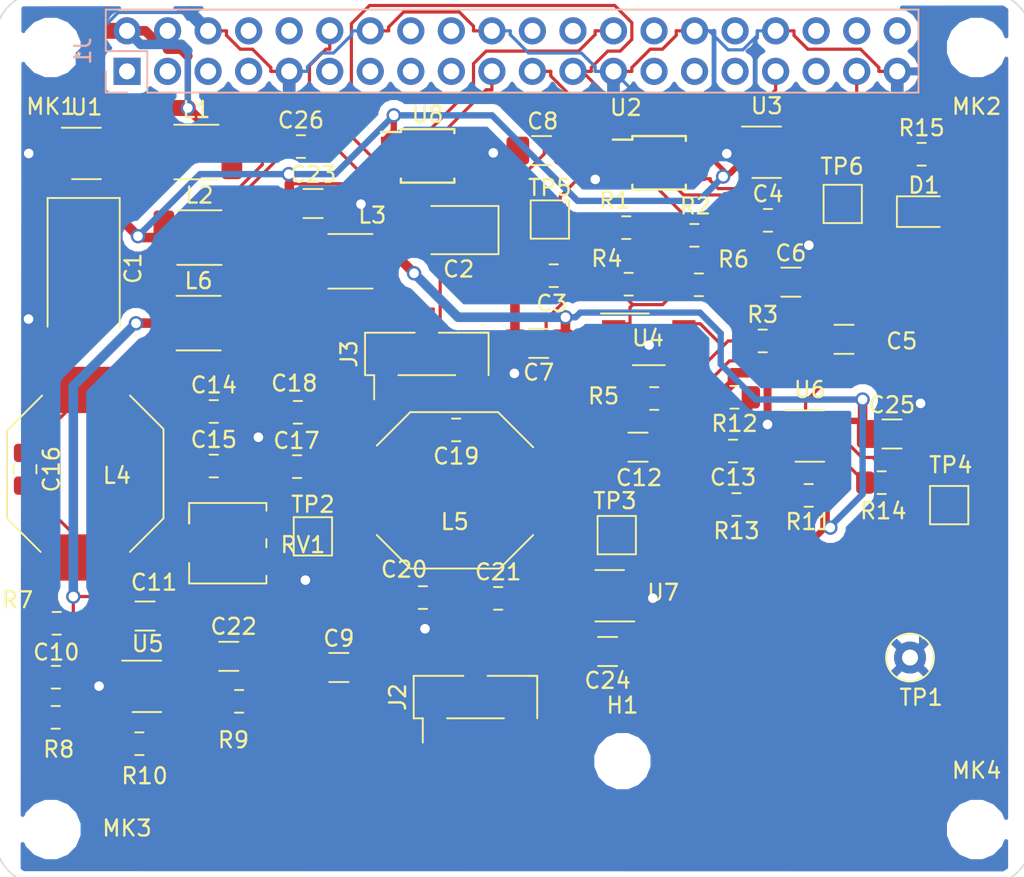
<source format=kicad_pcb>
(kicad_pcb (version 20171130) (host pcbnew 5.0.2+dfsg1-1)
  (title_block (date "15 nov 2012"))
  (layers (0 F.Cu signal) (31 B.Cu mixed) (34 B.Paste user) (35 F.Paste user) (36 B.SilkS user) (37 F.SilkS user) (38 B.Mask user) (39 F.Mask user) (44 Edge.Cuts user hide))
  (net 0 "")
  (net 1 GND)
  (net 2 /ID_SD)
  (net 3 /ID_SC)
  (net 4 /GPIO5)
  (net 5 /GPIO6)
  (net 6 /GPIO26)
  (net 7 "/GPIO2(SDA1)")
  (net 8 "/GPIO3(SCL1)")
  (net 9 "/GPIO4(GCLK)")
  (net 10 "/GPIO14(TXD0)")
  (net 11 "/GPIO15(RXD0)")
  (net 12 "/GPIO17(GEN0)")
  (net 13 "/GPIO27(GEN2)")
  (net 14 "/GPIO22(GEN3)")
  (net 15 "/GPIO23(GEN4)")
  (net 16 "/GPIO24(GEN5)")
  (net 17 "/GPIO25(GEN6)")
  (net 18 "/GPIO18(GEN1)(PWM0)")
  (net 19 "/GPIO8(SPI0_CE_N)")
  (net 20 "/GPIO7(SPI1_CE_N)")
  (net 21 "/GPIO12(PWM0)")
  (net 22 "/GPIO13(PWM1)")
  (net 23 "/GPIO19(SPI1_MISO)")
  (net 24 /GPIO16)
  (net 25 "/GPIO20(SPI1_MOSI)")
  (net 26 "/GPIO21(SPI1_SCK)")
  (net 27 "Net-(C1-Pad1)")
  (net 28 "Net-(J1-Pad2)")
  (net 29 "/GPIO9(SPI0_MISO)")
  (net 30 "/GPIO11(SPI0_SCK)")
  (net 31 /ADC_SPI/4.5Volt)
  (net 32 "Net-(U1-Pad4)")
  (net 33 "Net-(U3-Pad4)")
  (net 34 "Net-(C2-Pad1)")
  (net 35 "Net-(C3-Pad1)")
  (net 36 "Net-(C4-Pad1)")
  (net 37 "Net-(U4-Pad2)")
  (net 38 "Net-(R1-Pad2)")
  (net 39 "Net-(R2-Pad2)")
  (net 40 "Net-(C12-Pad2)")
  (net 41 "Net-(C8-Pad1)")
  (net 42 "Net-(R4-Pad1)")
  (net 43 /ADC_SPI/V4.5A)
  (net 44 "Net-(R3-Pad1)")
  (net 45 "Net-(R10-Pad2)")
  (net 46 "Net-(C11-Pad1)")
  (net 47 /ADC_SPI/Sin)
  (net 48 "Net-(R13-Pad1)")
  (net 49 "Net-(C5-Pad1)")
  (net 50 "Net-(C6-Pad1)")
  (net 51 "Net-(C9-Pad1)")
  (net 52 /PREAMP/Ain)
  (net 53 "Net-(C10-Pad1)")
  (net 54 "Net-(C11-Pad2)")
  (net 55 "Net-(C12-Pad1)")
  (net 56 "Net-(C13-Pad1)")
  (net 57 "Net-(C14-Pad1)")
  (net 58 "Net-(C16-Pad1)")
  (net 59 "Net-(U7-Pad4)")
  (net 60 "Net-(C24-Pad2)")
  (net 61 "Net-(C22-Pad1)")
  (net 62 "Net-(J1-Pad1)")
  (net 63 "Net-(J1-Pad17)")
  (net 64 "Net-(C26-Pad1)")
  (net 65 "Net-(C26-Pad2)")
  (net 66 "/GPIO10(SPI0_MOSI)")
  (net 67 "Net-(D1-Pad2)")
  (module Package_SO:MSOP-10_3x3mm_P0.5mm (layer F.Cu) (at 241.605 104.724)
    (fp_text reference U2 (at -2.0828 -3.4544) (layer F.SilkS))
    (fp_text value mcp33131)
    (pad 1 smd rect (at -2.2 -1) (size 1.4 0.3) (layers F.Cu F.Paste F.Mask) (net 34 "Net-(C2-Pad1)"))
    (pad 2 smd rect (at -2.2 -0.5) (size 1.4 0.3) (layers F.Cu F.Paste F.Mask) (net 41 "Net-(C8-Pad1)"))
    (pad 3 smd rect (at -2.2 0) (size 1.4 0.3) (layers F.Cu F.Paste F.Mask) (net 35 "Net-(C3-Pad1)"))
    (pad 4 smd rect (at -2.2 0.5) (size 1.4 0.3) (layers F.Cu F.Paste F.Mask) (net 36 "Net-(C4-Pad1)"))
    (pad 5 smd rect (at -2.2 1) (size 1.4 0.3) (layers F.Cu F.Paste F.Mask) (net 1 GND))
    (pad 6 smd rect (at 2.2 1) (size 1.4 0.3) (layers F.Cu F.Paste F.Mask) (net 22 "/GPIO13(PWM1)"))
    (pad 7 smd rect (at 2.2 0.5) (size 1.4 0.3) (layers F.Cu F.Paste F.Mask) (net 29 "/GPIO9(SPI0_MISO)"))
    (pad 8 smd rect (at 2.2 0) (size 1.4 0.3) (layers F.Cu F.Paste F.Mask) (net 30 "/GPIO11(SPI0_SCK)"))
    (pad 9 smd rect (at 2.2 -0.5) (size 1.4 0.3) (layers F.Cu F.Paste F.Mask) (net 31 /ADC_SPI/4.5Volt))
    (pad 10 smd rect (at 2.2 -1) (size 1.4 0.3) (layers F.Cu F.Paste F.Mask) (net 31 /ADC_SPI/4.5Volt))
  )
  (module Connector_PinSocket_2.54mm:PinSocket_2x20_P2.54mm_Vertical (layer B.Cu) (at 208.268 98.9968 270)
    (fp_text reference J1 (at -1.27 2.77 270) (layer B.SilkS) (effects (justify mirror)))
    (fp_text value RPI_header)
    (pad 1 thru_hole rect (at 0 0 270) (size 1.7 1.7) (drill 1) (layers *.Cu *.Mask) (net 62 "Net-(J1-Pad1)"))
    (pad 2 thru_hole oval (at -2.54 0 270) (size 1.7 1.7) (drill 1) (layers *.Cu *.Mask) (net 28 "Net-(J1-Pad2)"))
    (pad 3 thru_hole oval (at 0 -2.54 270) (size 1.7 1.7) (drill 1) (layers *.Cu *.Mask) (net 7 "/GPIO2(SDA1)"))
    (pad 4 thru_hole oval (at -2.54 -2.54 270) (size 1.7 1.7) (drill 1) (layers *.Cu *.Mask) (net 28 "Net-(J1-Pad2)"))
    (pad 5 thru_hole oval (at 0 -5.08 270) (size 1.7 1.7) (drill 1) (layers *.Cu *.Mask) (net 8 "/GPIO3(SCL1)"))
    (pad 6 thru_hole oval (at -2.54 -5.08 270) (size 1.7 1.7) (drill 1) (layers *.Cu *.Mask) (net 1 GND))
    (pad 7 thru_hole oval (at 0 -7.62 270) (size 1.7 1.7) (drill 1) (layers *.Cu *.Mask) (net 9 "/GPIO4(GCLK)"))
    (pad 8 thru_hole oval (at -2.54 -7.62 270) (size 1.7 1.7) (drill 1) (layers *.Cu *.Mask) (net 10 "/GPIO14(TXD0)"))
    (pad 9 thru_hole oval (at 0 -10.16 270) (size 1.7 1.7) (drill 1) (layers *.Cu *.Mask) (net 1 GND))
    (pad 10 thru_hole oval (at -2.54 -10.16 270) (size 1.7 1.7) (drill 1) (layers *.Cu *.Mask) (net 11 "/GPIO15(RXD0)"))
    (pad 11 thru_hole oval (at 0 -12.7 270) (size 1.7 1.7) (drill 1) (layers *.Cu *.Mask) (net 12 "/GPIO17(GEN0)"))
    (pad 12 thru_hole oval (at -2.54 -12.7 270) (size 1.7 1.7) (drill 1) (layers *.Cu *.Mask) (net 18 "/GPIO18(GEN1)(PWM0)"))
    (pad 13 thru_hole oval (at 0 -15.24 270) (size 1.7 1.7) (drill 1) (layers *.Cu *.Mask) (net 13 "/GPIO27(GEN2)"))
    (pad 14 thru_hole oval (at -2.54 -15.24 270) (size 1.7 1.7) (drill 1) (layers *.Cu *.Mask) (net 1 GND))
    (pad 15 thru_hole oval (at 0 -17.78 270) (size 1.7 1.7) (drill 1) (layers *.Cu *.Mask) (net 14 "/GPIO22(GEN3)"))
    (pad 16 thru_hole oval (at -2.54 -17.78 270) (size 1.7 1.7) (drill 1) (layers *.Cu *.Mask) (net 15 "/GPIO23(GEN4)"))
    (pad 17 thru_hole oval (at 0 -20.32 270) (size 1.7 1.7) (drill 1) (layers *.Cu *.Mask) (net 63 "Net-(J1-Pad17)"))
    (pad 18 thru_hole oval (at -2.54 -20.32 270) (size 1.7 1.7) (drill 1) (layers *.Cu *.Mask) (net 16 "/GPIO24(GEN5)"))
    (pad 19 thru_hole oval (at 0 -22.86 270) (size 1.7 1.7) (drill 1) (layers *.Cu *.Mask) (net 66 "/GPIO10(SPI0_MOSI)"))
    (pad 20 thru_hole oval (at -2.54 -22.86 270) (size 1.7 1.7) (drill 1) (layers *.Cu *.Mask) (net 1 GND))
    (pad 21 thru_hole oval (at 0 -25.4 270) (size 1.7 1.7) (drill 1) (layers *.Cu *.Mask) (net 29 "/GPIO9(SPI0_MISO)"))
    (pad 22 thru_hole oval (at -2.54 -25.4 270) (size 1.7 1.7) (drill 1) (layers *.Cu *.Mask) (net 17 "/GPIO25(GEN6)"))
    (pad 23 thru_hole oval (at 0 -27.94 270) (size 1.7 1.7) (drill 1) (layers *.Cu *.Mask) (net 30 "/GPIO11(SPI0_SCK)"))
    (pad 24 thru_hole oval (at -2.54 -27.94 270) (size 1.7 1.7) (drill 1) (layers *.Cu *.Mask) (net 19 "/GPIO8(SPI0_CE_N)"))
    (pad 25 thru_hole oval (at 0 -30.48 270) (size 1.7 1.7) (drill 1) (layers *.Cu *.Mask) (net 1 GND))
    (pad 26 thru_hole oval (at -2.54 -30.48 270) (size 1.7 1.7) (drill 1) (layers *.Cu *.Mask) (net 20 "/GPIO7(SPI1_CE_N)"))
    (pad 27 thru_hole oval (at 0 -33.02 270) (size 1.7 1.7) (drill 1) (layers *.Cu *.Mask) (net 2 /ID_SD))
    (pad 28 thru_hole oval (at -2.54 -33.02 270) (size 1.7 1.7) (drill 1) (layers *.Cu *.Mask) (net 3 /ID_SC))
    (pad 29 thru_hole oval (at 0 -35.56 270) (size 1.7 1.7) (drill 1) (layers *.Cu *.Mask) (net 4 /GPIO5))
    (pad 30 thru_hole oval (at -2.54 -35.56 270) (size 1.7 1.7) (drill 1) (layers *.Cu *.Mask) (net 1 GND))
    (pad 31 thru_hole oval (at 0 -38.1 270) (size 1.7 1.7) (drill 1) (layers *.Cu *.Mask) (net 5 /GPIO6))
    (pad 32 thru_hole oval (at -2.54 -38.1 270) (size 1.7 1.7) (drill 1) (layers *.Cu *.Mask) (net 21 "/GPIO12(PWM0)"))
    (pad 33 thru_hole oval (at 0 -40.64 270) (size 1.7 1.7) (drill 1) (layers *.Cu *.Mask) (net 22 "/GPIO13(PWM1)"))
    (pad 34 thru_hole oval (at -2.54 -40.64 270) (size 1.7 1.7) (drill 1) (layers *.Cu *.Mask) (net 1 GND))
    (pad 35 thru_hole oval (at 0 -43.18 270) (size 1.7 1.7) (drill 1) (layers *.Cu *.Mask) (net 23 "/GPIO19(SPI1_MISO)"))
    (pad 36 thru_hole oval (at -2.54 -43.18 270) (size 1.7 1.7) (drill 1) (layers *.Cu *.Mask) (net 24 /GPIO16))
    (pad 37 thru_hole oval (at 0 -45.72 270) (size 1.7 1.7) (drill 1) (layers *.Cu *.Mask) (net 6 /GPIO26))
    (pad 38 thru_hole oval (at -2.54 -45.72 270) (size 1.7 1.7) (drill 1) (layers *.Cu *.Mask) (net 25 "/GPIO20(SPI1_MOSI)"))
    (pad 39 thru_hole oval (at 0 -48.26 270) (size 1.7 1.7) (drill 1) (layers *.Cu *.Mask) (net 1 GND))
    (pad 40 thru_hole oval (at -2.54 -48.26 270) (size 1.7 1.7) (drill 1) (layers *.Cu *.Mask) (net 26 "/GPIO21(SPI1_SCK)"))
  )
  (module MountingHole:MountingHole_2.7mm_M2.5 (layer F.Cu) (at 203.5 97.5 180)
    (fp_text reference MK1 (at 0 -3.7 180) (layer F.SilkS))
    (fp_text value M2.5)
    (pad 1 np_thru_hole circle (at 0 0 180) (size 2.7 2.7) (drill 2.7) (layers *.Cu *.Mask))
  )
  (module MountingHole:MountingHole_2.7mm_M2.5 (layer F.Cu) (at 261.5 97.5 180)
    (fp_text reference MK2 (at 0 -3.7 180) (layer F.SilkS))
    (fp_text value M2.5)
    (pad 1 np_thru_hole circle (at 0 0 180) (size 2.7 2.7) (drill 2.7) (layers *.Cu *.Mask))
  )
  (module MountingHole:MountingHole_2.7mm_M2.5 (layer F.Cu) (at 203.5 146.5)
    (fp_text reference MK3 (at 4.7677 -0.0814) (layer F.SilkS))
    (fp_text value M2.5)
    (pad 1 np_thru_hole circle (at 0 0) (size 2.7 2.7) (drill 2.7) (layers *.Cu *.Mask))
  )
  (module MountingHole:MountingHole_2.7mm_M2.5 (layer F.Cu) (at 261.5 146.5)
    (fp_text reference MK4 (at 0 -3.7) (layer F.SilkS))
    (fp_text value M2.5)
    (pad 1 np_thru_hole circle (at 0 0) (size 2.7 2.7) (drill 2.7) (layers *.Cu *.Mask))
  )
  (module Capacitor_Tantalum_SMD:CP_EIA-7343-30_AVX-N (layer F.Cu) (at 205.55 111.341 270)
    (fp_text reference C1 (at 0 -3.1 270) (layer F.SilkS))
    (fp_text value 47u)
    (pad 1 smd roundrect (at -3.1125 0 270) (size 2.075 2.55) (layers F.Cu F.Paste F.Mask) (roundrect_rratio 0.120482) (net 27 "Net-(C1-Pad1)"))
    (pad 2 smd roundrect (at 3.1125 0 270) (size 2.075 2.55) (layers F.Cu F.Paste F.Mask) (roundrect_rratio 0.120482) (net 1 GND))
  )
  (module Capacitor_Tantalum_SMD:CP_EIA-3528-12_Kemet-T (layer F.Cu) (at 229.083 108.941 180)
    (fp_text reference C2 (at 0.0381 -2.4511 180) (layer F.SilkS))
    (fp_text value 10u)
    (pad 1 smd roundrect (at -1.5375 0 180) (size 1.325 2.35) (layers F.Cu F.Paste F.Mask) (roundrect_rratio 0.188679) (net 34 "Net-(C2-Pad1)"))
    (pad 2 smd roundrect (at 1.5375 0 180) (size 1.325 2.35) (layers F.Cu F.Paste F.Mask) (roundrect_rratio 0.188679) (net 1 GND))
  )
  (module Capacitor_SMD:C_0805_2012Metric_Pad1.15x1.40mm_HandSolder (layer F.Cu) (at 235.001 111.798 180)
    (fp_text reference C3 (at 0.1143 -1.7399 180) (layer F.SilkS))
    (fp_text value 3.3n)
    (pad 2 smd roundrect (at 1.025 0 180) (size 1.15 1.4) (layers F.Cu F.Paste F.Mask) (roundrect_rratio 0.217391) (net 1 GND))
    (pad 1 smd roundrect (at -1.025 0 180) (size 1.15 1.4) (layers F.Cu F.Paste F.Mask) (roundrect_rratio 0.217391) (net 35 "Net-(C3-Pad1)"))
  )
  (module Capacitor_SMD:C_1206_3216Metric_Pad1.42x1.75mm_HandSolder (layer F.Cu) (at 253.188 115.786)
    (fp_text reference C5 (at 3.6195 0.1143) (layer F.SilkS))
    (fp_text value 1u)
    (pad 1 smd roundrect (at -1.4875 0) (size 1.425 1.75) (layers F.Cu F.Paste F.Mask) (roundrect_rratio 0.175439) (net 49 "Net-(C5-Pad1)"))
    (pad 2 smd roundrect (at 1.4875 0) (size 1.425 1.75) (layers F.Cu F.Paste F.Mask) (roundrect_rratio 0.175439) (net 47 /ADC_SPI/Sin))
  )
  (module Capacitor_SMD:C_1206_3216Metric_Pad1.42x1.75mm_HandSolder (layer F.Cu) (at 249.86 112.205)
    (fp_text reference C6 (at 0 -1.82) (layer F.SilkS))
    (fp_text value 1u)
    (pad 2 smd roundrect (at 1.4875 0) (size 1.425 1.75) (layers F.Cu F.Paste F.Mask) (roundrect_rratio 0.175439) (net 1 GND))
    (pad 1 smd roundrect (at -1.4875 0) (size 1.425 1.75) (layers F.Cu F.Paste F.Mask) (roundrect_rratio 0.175439) (net 50 "Net-(C6-Pad1)"))
  )
  (module Capacitor_SMD:C_1206_3216Metric_Pad1.42x1.75mm_HandSolder (layer F.Cu) (at 234.061 116.04 180)
    (fp_text reference C7 (at 0 -1.82 180) (layer F.SilkS))
    (fp_text value 1u)
    (pad 1 smd roundrect (at -1.4875 0 180) (size 1.425 1.75) (layers F.Cu F.Paste F.Mask) (roundrect_rratio 0.175439) (net 43 /ADC_SPI/V4.5A))
    (pad 2 smd roundrect (at 1.4875 0 180) (size 1.425 1.75) (layers F.Cu F.Paste F.Mask) (roundrect_rratio 0.175439) (net 1 GND))
  )
  (module Capacitor_SMD:C_1206_3216Metric_Pad1.42x1.75mm_HandSolder (layer F.Cu) (at 234.239 103.962 180)
    (fp_text reference C8 (at -0.0762 1.8415 180) (layer F.SilkS))
    (fp_text value 1u)
    (pad 2 smd roundrect (at 1.4875 0 180) (size 1.425 1.75) (layers F.Cu F.Paste F.Mask) (roundrect_rratio 0.175439) (net 1 GND))
    (pad 1 smd roundrect (at -1.4875 0 180) (size 1.425 1.75) (layers F.Cu F.Paste F.Mask) (roundrect_rratio 0.175439) (net 41 "Net-(C8-Pad1)"))
  )
  (module Capacitor_SMD:C_1206_3216Metric_Pad1.42x1.75mm_HandSolder (layer F.Cu) (at 221.539 136.348)
    (fp_text reference C9 (at 0 -1.82) (layer F.SilkS))
    (fp_text value 1u)
    (pad 2 smd roundrect (at 1.4875 0) (size 1.425 1.75) (layers F.Cu F.Paste F.Mask) (roundrect_rratio 0.175439) (net 52 /PREAMP/Ain))
    (pad 1 smd roundrect (at -1.4875 0) (size 1.425 1.75) (layers F.Cu F.Paste F.Mask) (roundrect_rratio 0.175439) (net 51 "Net-(C9-Pad1)"))
  )
  (module Capacitor_SMD:C_0805_2012Metric_Pad1.15x1.40mm_HandSolder (layer F.Cu) (at 203.81 136.957 180)
    (fp_text reference C10 (at -0.0254 1.5621 180) (layer F.SilkS))
    (fp_text value 100n)
    (pad 1 smd roundrect (at -1.025 0 180) (size 1.15 1.4) (layers F.Cu F.Paste F.Mask) (roundrect_rratio 0.217391) (net 53 "Net-(C10-Pad1)"))
    (pad 2 smd roundrect (at 1.025 0 180) (size 1.15 1.4) (layers F.Cu F.Paste F.Mask) (roundrect_rratio 0.217391) (net 1 GND))
  )
  (module Capacitor_SMD:C_1206_3216Metric_Pad1.42x1.75mm_HandSolder (layer F.Cu) (at 209.398 133.122)
    (fp_text reference C11 (at 0.5588 -2.1082) (layer F.SilkS))
    (fp_text value 1u)
    (pad 1 smd roundrect (at -1.4875 0) (size 1.425 1.75) (layers F.Cu F.Paste F.Mask) (roundrect_rratio 0.175439) (net 46 "Net-(C11-Pad1)"))
    (pad 2 smd roundrect (at 1.4875 0) (size 1.425 1.75) (layers F.Cu F.Paste F.Mask) (roundrect_rratio 0.175439) (net 54 "Net-(C11-Pad2)"))
  )
  (module Capacitor_SMD:C_1206_3216Metric_Pad1.42x1.75mm_HandSolder (layer F.Cu) (at 240.284 122.543 180)
    (fp_text reference C12 (at -0.0635 -1.9177 180) (layer F.SilkS))
    (fp_text value 1u)
    (pad 2 smd roundrect (at 1.4875 0 180) (size 1.425 1.75) (layers F.Cu F.Paste F.Mask) (roundrect_rratio 0.175439) (net 40 "Net-(C12-Pad2)"))
    (pad 1 smd roundrect (at -1.4875 0 180) (size 1.425 1.75) (layers F.Cu F.Paste F.Mask) (roundrect_rratio 0.175439) (net 55 "Net-(C12-Pad1)"))
  )
  (module Capacitor_SMD:C_0805_2012Metric_Pad1.15x1.40mm_HandSolder (layer F.Cu) (at 246.241 122.784 180)
    (fp_text reference C13 (at 0 -1.65 180) (layer F.SilkS))
    (fp_text value 100n)
    (pad 2 smd roundrect (at 1.025 0 180) (size 1.15 1.4) (layers F.Cu F.Paste F.Mask) (roundrect_rratio 0.217391) (net 1 GND))
    (pad 1 smd roundrect (at -1.025 0 180) (size 1.15 1.4) (layers F.Cu F.Paste F.Mask) (roundrect_rratio 0.217391) (net 56 "Net-(C13-Pad1)"))
  )
  (module Capacitor_SMD:C_0805_2012Metric_Pad1.15x1.40mm_HandSolder (layer F.Cu) (at 213.703 120.307)
    (fp_text reference C14 (at 0 -1.65) (layer F.SilkS))
    (fp_text value 330p)
    (pad 2 smd roundrect (at 1.025 0) (size 1.15 1.4) (layers F.Cu F.Paste F.Mask) (roundrect_rratio 0.217391) (net 1 GND))
    (pad 1 smd roundrect (at -1.025 0) (size 1.15 1.4) (layers F.Cu F.Paste F.Mask) (roundrect_rratio 0.217391) (net 57 "Net-(C14-Pad1)"))
  )
  (module Capacitor_SMD:C_0805_2012Metric_Pad1.15x1.40mm_HandSolder (layer F.Cu) (at 213.703 123.724)
    (fp_text reference C15 (at 0 -1.65) (layer F.SilkS))
    (fp_text value 1800p)
    (pad 2 smd roundrect (at 1.025 0) (size 1.15 1.4) (layers F.Cu F.Paste F.Mask) (roundrect_rratio 0.217391) (net 1 GND))
    (pad 1 smd roundrect (at -1.025 0) (size 1.15 1.4) (layers F.Cu F.Paste F.Mask) (roundrect_rratio 0.217391) (net 57 "Net-(C14-Pad1)"))
  )
  (module Capacitor_SMD:C_0805_2012Metric_Pad1.15x1.40mm_HandSolder (layer F.Cu) (at 201.88 123.927 270)
    (fp_text reference C16 (at 0 -1.65 270) (layer F.SilkS))
    (fp_text value 150p)
    (pad 1 smd roundrect (at -1.025 0 270) (size 1.15 1.4) (layers F.Cu F.Paste F.Mask) (roundrect_rratio 0.217391) (net 58 "Net-(C16-Pad1)"))
    (pad 2 smd roundrect (at 1.025 0 270) (size 1.15 1.4) (layers F.Cu F.Paste F.Mask) (roundrect_rratio 0.217391) (net 57 "Net-(C14-Pad1)"))
  )
  (module Capacitor_SMD:C_0805_2012Metric_Pad1.15x1.40mm_HandSolder (layer F.Cu) (at 218.923 123.762 180)
    (fp_text reference C17 (at 0.0381 1.6256 180) (layer F.SilkS))
    (fp_text value 2700p)
    (pad 1 smd roundrect (at -1.025 0 180) (size 1.15 1.4) (layers F.Cu F.Paste F.Mask) (roundrect_rratio 0.217391) (net 58 "Net-(C16-Pad1)"))
    (pad 2 smd roundrect (at 1.025 0 180) (size 1.15 1.4) (layers F.Cu F.Paste F.Mask) (roundrect_rratio 0.217391) (net 1 GND))
  )
  (module Capacitor_SMD:C_0805_2012Metric_Pad1.15x1.40mm_HandSolder (layer F.Cu) (at 218.974 120.358 180)
    (fp_text reference C18 (at 0.2286 1.8161 180) (layer F.SilkS))
    (fp_text value 100p)
    (pad 1 smd roundrect (at -1.025 0 180) (size 1.15 1.4) (layers F.Cu F.Paste F.Mask) (roundrect_rratio 0.217391) (net 58 "Net-(C16-Pad1)"))
    (pad 2 smd roundrect (at 1.025 0 180) (size 1.15 1.4) (layers F.Cu F.Paste F.Mask) (roundrect_rratio 0.217391) (net 1 GND))
  )
  (module Capacitor_SMD:C_0805_2012Metric_Pad1.15x1.40mm_HandSolder (layer F.Cu) (at 228.892 121.463 180)
    (fp_text reference C19 (at 0 -1.65 180) (layer F.SilkS))
    (fp_text value 420p)
    (pad 2 smd roundrect (at 1.025 0 180) (size 1.15 1.4) (layers F.Cu F.Paste F.Mask) (roundrect_rratio 0.217391) (net 58 "Net-(C16-Pad1)"))
    (pad 1 smd roundrect (at -1.025 0 180) (size 1.15 1.4) (layers F.Cu F.Paste F.Mask) (roundrect_rratio 0.217391) (net 40 "Net-(C12-Pad2)"))
  )
  (module Capacitor_SMD:C_0805_2012Metric_Pad1.15x1.40mm_HandSolder (layer F.Cu) (at 226.806 131.966 180)
    (fp_text reference C20 (at 1.1774 1.7653 180) (layer F.SilkS))
    (fp_text value 150p)
    (pad 2 smd roundrect (at 1.025 0 180) (size 1.15 1.4) (layers F.Cu F.Paste F.Mask) (roundrect_rratio 0.217391) (net 1 GND))
    (pad 1 smd roundrect (at -1.025 0 180) (size 1.15 1.4) (layers F.Cu F.Paste F.Mask) (roundrect_rratio 0.217391) (net 40 "Net-(C12-Pad2)"))
  )
  (module Capacitor_SMD:C_0805_2012Metric_Pad1.15x1.40mm_HandSolder (layer F.Cu) (at 231.521 132.017)
    (fp_text reference C21 (at 0 -1.65) (layer F.SilkS))
    (fp_text value 1800p)
    (pad 1 smd roundrect (at -1.025 0) (size 1.15 1.4) (layers F.Cu F.Paste F.Mask) (roundrect_rratio 0.217391) (net 40 "Net-(C12-Pad2)"))
    (pad 2 smd roundrect (at 1.025 0) (size 1.15 1.4) (layers F.Cu F.Paste F.Mask) (roundrect_rratio 0.217391) (net 1 GND))
  )
  (module Capacitor_SMD:C_1206_3216Metric_Pad1.42x1.75mm_HandSolder (layer F.Cu) (at 214.643 135.649)
    (fp_text reference C22 (at 0.3048 -1.8669) (layer F.SilkS))
    (fp_text value 1u)
    (pad 1 smd roundrect (at -1.4875 0) (size 1.425 1.75) (layers F.Cu F.Paste F.Mask) (roundrect_rratio 0.175439) (net 61 "Net-(C22-Pad1)"))
    (pad 2 smd roundrect (at 1.4875 0) (size 1.425 1.75) (layers F.Cu F.Paste F.Mask) (roundrect_rratio 0.175439) (net 1 GND))
  )
  (module Inductor_SMD:L_1812_4532Metric_Pad1.30x3.40mm_HandSolder (layer F.Cu) (at 212.611 104.051)
    (fp_text reference L1 (at 0 -2.65) (layer F.SilkS))
    (fp_text value 100u)
    (pad 2 smd roundrect (at 2.225 0) (size 1.3 3.4) (layers F.Cu F.Paste F.Mask) (roundrect_rratio 0.192308) (net 28 "Net-(J1-Pad2)"))
    (pad 1 smd roundrect (at -2.225 0) (size 1.3 3.4) (layers F.Cu F.Paste F.Mask) (roundrect_rratio 0.192308) (net 27 "Net-(C1-Pad1)"))
  )
  (module Inductor_SMD:L_1812_4532Metric_Pad1.30x3.40mm_HandSolder (layer F.Cu) (at 212.802 109.411)
    (fp_text reference L2 (at 0 -2.65) (layer F.SilkS))
    (fp_text value 10u)
    (pad 2 smd roundrect (at 2.225 0) (size 1.3 3.4) (layers F.Cu F.Paste F.Mask) (roundrect_rratio 0.192308) (net 34 "Net-(C2-Pad1)"))
    (pad 1 smd roundrect (at -2.225 0) (size 1.3 3.4) (layers F.Cu F.Paste F.Mask) (roundrect_rratio 0.192308) (net 31 /ADC_SPI/4.5Volt))
  )
  (module Inductor_SMD:L_1812_4532Metric_Pad1.30x3.40mm_HandSolder (layer F.Cu) (at 222.263 110.897)
    (fp_text reference L3 (at 1.3716 -2.8829) (layer F.SilkS))
    (fp_text value 10u)
    (pad 1 smd roundrect (at -2.225 0) (size 1.3 3.4) (layers F.Cu F.Paste F.Mask) (roundrect_rratio 0.192308) (net 34 "Net-(C2-Pad1)"))
    (pad 2 smd roundrect (at 2.225 0) (size 1.3 3.4) (layers F.Cu F.Paste F.Mask) (roundrect_rratio 0.192308) (net 43 /ADC_SPI/V4.5A))
  )
  (module Inductor_SMD:L_1812_4532Metric_Pad1.30x3.40mm_HandSolder (layer F.Cu) (at 212.751 114.77)
    (fp_text reference L6 (at 0 -2.65) (layer F.SilkS))
    (fp_text value 10u)
    (pad 1 smd roundrect (at -2.225 0) (size 1.3 3.4) (layers F.Cu F.Paste F.Mask) (roundrect_rratio 0.192308) (net 61 "Net-(C22-Pad1)"))
    (pad 2 smd roundrect (at 2.225 0) (size 1.3 3.4) (layers F.Cu F.Paste F.Mask) (roundrect_rratio 0.192308) (net 43 /ADC_SPI/V4.5A))
  )
  (module Resistor_SMD:R_0805_2012Metric_Pad1.15x1.40mm_HandSolder (layer F.Cu) (at 239.548 108.788)
    (fp_text reference R1 (at -0.7239 -1.7145) (layer F.SilkS))
    (fp_text value 22)
    (pad 2 smd roundrect (at 1.025 0) (size 1.15 1.4) (layers F.Cu F.Paste F.Mask) (roundrect_rratio 0.217391) (net 38 "Net-(R1-Pad2)"))
    (pad 1 smd roundrect (at -1.025 0) (size 1.15 1.4) (layers F.Cu F.Paste F.Mask) (roundrect_rratio 0.217391) (net 35 "Net-(C3-Pad1)"))
  )
  (module Resistor_SMD:R_0805_2012Metric_Pad1.15x1.40mm_HandSolder (layer F.Cu) (at 243.815 109.271)
    (fp_text reference R2 (at 0.0635 -1.8288) (layer F.SilkS))
    (fp_text value 22)
    (pad 1 smd roundrect (at -1.025 0) (size 1.15 1.4) (layers F.Cu F.Paste F.Mask) (roundrect_rratio 0.217391) (net 36 "Net-(C4-Pad1)"))
    (pad 2 smd roundrect (at 1.025 0) (size 1.15 1.4) (layers F.Cu F.Paste F.Mask) (roundrect_rratio 0.217391) (net 39 "Net-(R2-Pad2)"))
  )
  (module Resistor_SMD:R_0805_2012Metric_Pad1.15x1.40mm_HandSolder (layer F.Cu) (at 248.095 115.888)
    (fp_text reference R3 (at 0 -1.65) (layer F.SilkS))
    (fp_text value 1k)
    (pad 1 smd roundrect (at -1.025 0) (size 1.15 1.4) (layers F.Cu F.Paste F.Mask) (roundrect_rratio 0.217391) (net 44 "Net-(R3-Pad1)"))
    (pad 2 smd roundrect (at 1.025 0) (size 1.15 1.4) (layers F.Cu F.Paste F.Mask) (roundrect_rratio 0.217391) (net 49 "Net-(C5-Pad1)"))
  )
  (module Resistor_SMD:R_0805_2012Metric_Pad1.15x1.40mm_HandSolder (layer F.Cu) (at 239.7 112.332)
    (fp_text reference R4 (at -1.3716 -1.6002) (layer F.SilkS))
    (fp_text value 1k)
    (pad 2 smd roundrect (at 1.025 0) (size 1.15 1.4) (layers F.Cu F.Paste F.Mask) (roundrect_rratio 0.217391) (net 50 "Net-(C6-Pad1)"))
    (pad 1 smd roundrect (at -1.025 0) (size 1.15 1.4) (layers F.Cu F.Paste F.Mask) (roundrect_rratio 0.217391) (net 42 "Net-(R4-Pad1)"))
  )
  (module Resistor_SMD:R_0805_2012Metric_Pad1.15x1.40mm_HandSolder (layer F.Cu) (at 241.3 119.495)
    (fp_text reference R5 (at -3.175 -0.1524) (layer F.SilkS))
    (fp_text value 10k)
    (pad 2 smd roundrect (at 1.025 0) (size 1.15 1.4) (layers F.Cu F.Paste F.Mask) (roundrect_rratio 0.217391) (net 44 "Net-(R3-Pad1)"))
    (pad 1 smd roundrect (at -1.025 0) (size 1.15 1.4) (layers F.Cu F.Paste F.Mask) (roundrect_rratio 0.217391) (net 38 "Net-(R1-Pad2)"))
  )
  (module Resistor_SMD:R_0805_2012Metric_Pad1.15x1.40mm_HandSolder (layer F.Cu) (at 244.094 112.37 180)
    (fp_text reference R6 (at -2.1717 1.6002 180) (layer F.SilkS))
    (fp_text value 10k)
    (pad 1 smd roundrect (at -1.025 0 180) (size 1.15 1.4) (layers F.Cu F.Paste F.Mask) (roundrect_rratio 0.217391) (net 39 "Net-(R2-Pad2)"))
    (pad 2 smd roundrect (at 1.025 0 180) (size 1.15 1.4) (layers F.Cu F.Paste F.Mask) (roundrect_rratio 0.217391) (net 42 "Net-(R4-Pad1)"))
  )
  (module Resistor_SMD:R_0805_2012Metric_Pad1.15x1.40mm_HandSolder (layer F.Cu) (at 203.861 133.579 180)
    (fp_text reference R7 (at 2.4513 1.4606 180) (layer F.SilkS))
    (fp_text value 10k)
    (pad 2 smd roundrect (at 1.025 0 180) (size 1.15 1.4) (layers F.Cu F.Paste F.Mask) (roundrect_rratio 0.217391) (net 53 "Net-(C10-Pad1)"))
    (pad 1 smd roundrect (at -1.025 0 180) (size 1.15 1.4) (layers F.Cu F.Paste F.Mask) (roundrect_rratio 0.217391) (net 61 "Net-(C22-Pad1)"))
  )
  (module Resistor_SMD:R_0805_2012Metric_Pad1.15x1.40mm_HandSolder (layer F.Cu) (at 203.797 139.472)
    (fp_text reference R8 (at 0.1905 2.0066) (layer F.SilkS))
    (fp_text value 10k)
    (pad 1 smd roundrect (at -1.025 0) (size 1.15 1.4) (layers F.Cu F.Paste F.Mask) (roundrect_rratio 0.217391) (net 53 "Net-(C10-Pad1)"))
    (pad 2 smd roundrect (at 1.025 0) (size 1.15 1.4) (layers F.Cu F.Paste F.Mask) (roundrect_rratio 0.217391) (net 1 GND))
  )
  (module Resistor_SMD:R_0805_2012Metric_Pad1.15x1.40mm_HandSolder (layer F.Cu) (at 215.291 138.468)
    (fp_text reference R9 (at -0.3556 2.4257) (layer F.SilkS))
    (fp_text value 560)
    (pad 1 smd roundrect (at -1.025 0) (size 1.15 1.4) (layers F.Cu F.Paste F.Mask) (roundrect_rratio 0.217391) (net 45 "Net-(R10-Pad2)"))
    (pad 2 smd roundrect (at 1.025 0) (size 1.15 1.4) (layers F.Cu F.Paste F.Mask) (roundrect_rratio 0.217391) (net 51 "Net-(C9-Pad1)"))
  )
  (module Resistor_SMD:R_0805_2012Metric_Pad1.15x1.40mm_HandSolder (layer F.Cu) (at 209.042 141.123)
    (fp_text reference R10 (at 0.3265 2.0193) (layer F.SilkS))
    (fp_text value 12k)
    (pad 2 smd roundrect (at 1.025 0) (size 1.15 1.4) (layers F.Cu F.Paste F.Mask) (roundrect_rratio 0.217391) (net 45 "Net-(R10-Pad2)"))
    (pad 1 smd roundrect (at -1.025 0) (size 1.15 1.4) (layers F.Cu F.Paste F.Mask) (roundrect_rratio 0.217391) (net 46 "Net-(C11-Pad1)"))
  )
  (module Resistor_SMD:R_0805_2012Metric_Pad1.15x1.40mm_HandSolder (layer F.Cu) (at 250.978 125.565 180)
    (fp_text reference R11 (at 0 -1.65 180) (layer F.SilkS))
    (fp_text value 10k)
    (pad 2 smd roundrect (at 1.025 0 180) (size 1.15 1.4) (layers F.Cu F.Paste F.Mask) (roundrect_rratio 0.217391) (net 56 "Net-(C13-Pad1)"))
    (pad 1 smd roundrect (at -1.025 0 180) (size 1.15 1.4) (layers F.Cu F.Paste F.Mask) (roundrect_rratio 0.217391) (net 43 /ADC_SPI/V4.5A))
  )
  (module Resistor_SMD:R_0805_2012Metric_Pad1.15x1.40mm_HandSolder (layer F.Cu) (at 246.33 119.418 180)
    (fp_text reference R12 (at 0 -1.65 180) (layer F.SilkS))
    (fp_text value 10k)
    (pad 1 smd roundrect (at -1.025 0 180) (size 1.15 1.4) (layers F.Cu F.Paste F.Mask) (roundrect_rratio 0.217391) (net 56 "Net-(C13-Pad1)"))
    (pad 2 smd roundrect (at 1.025 0 180) (size 1.15 1.4) (layers F.Cu F.Paste F.Mask) (roundrect_rratio 0.217391) (net 1 GND))
  )
  (module Resistor_SMD:R_0805_2012Metric_Pad1.15x1.40mm_HandSolder (layer F.Cu) (at 246.457 126.137 180)
    (fp_text reference R13 (at 0 -1.65 180) (layer F.SilkS))
    (fp_text value 560)
    (pad 1 smd roundrect (at -1.025 0 180) (size 1.15 1.4) (layers F.Cu F.Paste F.Mask) (roundrect_rratio 0.217391) (net 48 "Net-(R13-Pad1)"))
    (pad 2 smd roundrect (at 1.025 0 180) (size 1.15 1.4) (layers F.Cu F.Paste F.Mask) (roundrect_rratio 0.217391) (net 55 "Net-(C12-Pad1)"))
  )
  (module Resistor_SMD:R_0805_2012Metric_Pad1.15x1.40mm_HandSolder (layer F.Cu) (at 255.55 124.765 180)
    (fp_text reference R14 (at -0.1016 -1.778 180) (layer F.SilkS))
    (fp_text value 10k)
    (pad 2 smd roundrect (at 1.025 0 180) (size 1.15 1.4) (layers F.Cu F.Paste F.Mask) (roundrect_rratio 0.217391) (net 48 "Net-(R13-Pad1)"))
    (pad 1 smd roundrect (at -1.025 0 180) (size 1.15 1.4) (layers F.Cu F.Paste F.Mask) (roundrect_rratio 0.217391) (net 47 /ADC_SPI/Sin))
  )
  (module TestPoint:TestPoint_Pad_2.0x2.0mm (layer F.Cu) (at 219.914 128.131)
    (fp_text reference TP2 (at 0 -1.998) (layer F.SilkS))
    (fp_text value TestPoint)
    (pad 1 smd rect (at 0 0) (size 2 2) (layers F.Cu F.Mask) (net 57 "Net-(C14-Pad1)"))
  )
  (module TestPoint:TestPoint_Pad_2.0x2.0mm (layer F.Cu) (at 238.951 128.054)
    (fp_text reference TP3 (at -0.1143 -2.1463) (layer F.SilkS))
    (fp_text value TestPoint)
    (pad 1 smd rect (at 0 0) (size 2 2) (layers F.Cu F.Mask) (net 40 "Net-(C12-Pad2)"))
  )
  (module TestPoint:TestPoint_Pad_2.0x2.0mm (layer F.Cu) (at 259.779 126.175)
    (fp_text reference TP4 (at 0.1016 -2.5146) (layer F.SilkS))
    (fp_text value TestPoint)
    (pad 1 smd rect (at 0 0) (size 2 2) (layers F.Cu F.Mask) (net 47 /ADC_SPI/Sin))
  )
  (module TestPoint:TestPoint_Pad_2.0x2.0mm (layer F.Cu) (at 234.76 108.28)
    (fp_text reference TP5 (at 0 -1.998) (layer F.SilkS))
    (fp_text value TestPoint)
    (pad 1 smd rect (at 0 0) (size 2 2) (layers F.Cu F.Mask) (net 35 "Net-(C3-Pad1)"))
  )
  (module TestPoint:TestPoint_Pad_2.0x2.0mm (layer F.Cu) (at 253.111 107.303)
    (fp_text reference TP6 (at -0.0381 -2.3495) (layer F.SilkS))
    (fp_text value TestPoint)
    (pad 1 smd rect (at 0 0) (size 2 2) (layers F.Cu F.Mask) (net 36 "Net-(C4-Pad1)"))
  )
  (module Package_TO_SOT_SMD:SOT-23-5 (layer F.Cu) (at 205.728 104.14)
    (fp_text reference U1 (at 0 -2.9) (layer F.SilkS))
    (fp_text value ldln025)
    (pad 1 smd rect (at -1.1 -0.95) (size 1.06 0.65) (layers F.Cu F.Paste F.Mask) (net 27 "Net-(C1-Pad1)"))
    (pad 2 smd rect (at -1.1 0) (size 1.06 0.65) (layers F.Cu F.Paste F.Mask) (net 1 GND))
    (pad 3 smd rect (at -1.1 0.95) (size 1.06 0.65) (layers F.Cu F.Paste F.Mask) (net 27 "Net-(C1-Pad1)"))
    (pad 4 smd rect (at 1.1 0.95) (size 1.06 0.65) (layers F.Cu F.Paste F.Mask) (net 32 "Net-(U1-Pad4)"))
    (pad 5 smd rect (at 1.1 -0.95) (size 1.06 0.65) (layers F.Cu F.Paste F.Mask) (net 31 /ADC_SPI/4.5Volt))
  )
  (module Package_TO_SOT_SMD:SOT-23-5 (layer F.Cu) (at 248.349 104.064)
    (fp_text reference U3 (at 0 -2.9) (layer F.SilkS))
    (fp_text value ldln025)
    (pad 5 smd rect (at 1.1 -0.95) (size 1.06 0.65) (layers F.Cu F.Paste F.Mask) (net 41 "Net-(C8-Pad1)"))
    (pad 4 smd rect (at 1.1 0.95) (size 1.06 0.65) (layers F.Cu F.Paste F.Mask) (net 33 "Net-(U3-Pad4)"))
    (pad 3 smd rect (at -1.1 0.95) (size 1.06 0.65) (layers F.Cu F.Paste F.Mask) (net 31 /ADC_SPI/4.5Volt))
    (pad 2 smd rect (at -1.1 0) (size 1.06 0.65) (layers F.Cu F.Paste F.Mask) (net 1 GND))
    (pad 1 smd rect (at -1.1 -0.95) (size 1.06 0.65) (layers F.Cu F.Paste F.Mask) (net 31 /ADC_SPI/4.5Volt))
  )
  (module Package_SO:VSSOP-8_3.0x3.0mm_P0.65mm (layer F.Cu) (at 240.958 115.786)
    (fp_text reference U4 (at -0.0508 -0.0762) (layer F.SilkS))
    (fp_text value ths4521)
    (pad 1 smd rect (at -2.2 -0.975 270) (size 0.45 1.45) (layers F.Cu F.Paste F.Mask) (net 42 "Net-(R4-Pad1)"))
    (pad 2 smd rect (at -2.2 -0.325 270) (size 0.45 1.45) (layers F.Cu F.Paste F.Mask) (net 37 "Net-(U4-Pad2)"))
    (pad 3 smd rect (at -2.2 0.325 270) (size 0.45 1.45) (layers F.Cu F.Paste F.Mask) (net 43 /ADC_SPI/V4.5A))
    (pad 4 smd rect (at -2.2 0.975 270) (size 0.45 1.45) (layers F.Cu F.Paste F.Mask) (net 38 "Net-(R1-Pad2)"))
    (pad 5 smd rect (at 2.2 0.975 270) (size 0.45 1.45) (layers F.Cu F.Paste F.Mask) (net 39 "Net-(R2-Pad2)"))
    (pad 6 smd rect (at 2.2 0.325 270) (size 0.45 1.45) (layers F.Cu F.Paste F.Mask) (net 1 GND))
    (pad 7 smd rect (at 2.2 -0.325 270) (size 0.45 1.45) (layers F.Cu F.Paste F.Mask) (net 43 /ADC_SPI/V4.5A))
    (pad 8 smd rect (at 2.2 -0.975 270) (size 0.45 1.45) (layers F.Cu F.Paste F.Mask) (net 44 "Net-(R3-Pad1)"))
  )
  (module Package_TO_SOT_SMD:SOT-23-5 (layer F.Cu) (at 209.512 137.529)
    (fp_text reference U5 (at 0.0508 -2.667) (layer F.SilkS))
    (fp_text value lmh6629)
    (pad 5 smd rect (at 1.1 -0.95) (size 1.06 0.65) (layers F.Cu F.Paste F.Mask) (net 61 "Net-(C22-Pad1)"))
    (pad 4 smd rect (at 1.1 0.95) (size 1.06 0.65) (layers F.Cu F.Paste F.Mask) (net 45 "Net-(R10-Pad2)"))
    (pad 3 smd rect (at -1.1 0.95) (size 1.06 0.65) (layers F.Cu F.Paste F.Mask) (net 53 "Net-(C10-Pad1)"))
    (pad 2 smd rect (at -1.1 0) (size 1.06 0.65) (layers F.Cu F.Paste F.Mask) (net 1 GND))
    (pad 1 smd rect (at -1.1 -0.95) (size 1.06 0.65) (layers F.Cu F.Paste F.Mask) (net 46 "Net-(C11-Pad1)"))
  )
  (module Package_TO_SOT_SMD:SOT-23-5 (layer F.Cu) (at 251.054 121.844)
    (fp_text reference U6 (at 0 -2.9) (layer F.SilkS))
    (fp_text value lmh6629)
    (pad 1 smd rect (at -1.1 -0.95) (size 1.06 0.65) (layers F.Cu F.Paste F.Mask) (net 47 /ADC_SPI/Sin))
    (pad 2 smd rect (at -1.1 0) (size 1.06 0.65) (layers F.Cu F.Paste F.Mask) (net 1 GND))
    (pad 3 smd rect (at -1.1 0.95) (size 1.06 0.65) (layers F.Cu F.Paste F.Mask) (net 56 "Net-(C13-Pad1)"))
    (pad 4 smd rect (at 1.1 0.95) (size 1.06 0.65) (layers F.Cu F.Paste F.Mask) (net 48 "Net-(R13-Pad1)"))
    (pad 5 smd rect (at 1.1 -0.95) (size 1.06 0.65) (layers F.Cu F.Paste F.Mask) (net 43 /ADC_SPI/V4.5A))
  )
  (module Package_TO_SOT_SMD:SOT-23-5 (layer F.Cu) (at 238.506 131.852 180)
    (fp_text reference U7 (at -3.3528 0.2032 180) (layer F.SilkS))
    (fp_text value ldln025)
    (pad 1 smd rect (at -1.1 -0.95 180) (size 1.06 0.65) (layers F.Cu F.Paste F.Mask) (net 43 /ADC_SPI/V4.5A))
    (pad 2 smd rect (at -1.1 0 180) (size 1.06 0.65) (layers F.Cu F.Paste F.Mask) (net 1 GND))
    (pad 3 smd rect (at -1.1 0.95 180) (size 1.06 0.65) (layers F.Cu F.Paste F.Mask) (net 43 /ADC_SPI/V4.5A))
    (pad 4 smd rect (at 1.1 0.95 180) (size 1.06 0.65) (layers F.Cu F.Paste F.Mask) (net 59 "Net-(U7-Pad4)"))
    (pad 5 smd rect (at 1.1 -0.95 180) (size 1.06 0.65) (layers F.Cu F.Paste F.Mask) (net 60 "Net-(C24-Pad2)"))
  )
  (module Capacitor_SMD:C_1206_3216Metric_Pad1.42x1.75mm_HandSolder (layer F.Cu) (at 219.926 107.277)
    (fp_text reference C23 (at 0 -1.82) (layer F.SilkS))
    (fp_text value 1u)
    (pad 1 smd roundrect (at -1.4875 0) (size 1.425 1.75) (layers F.Cu F.Paste F.Mask) (roundrect_rratio 0.175439) (net 31 /ADC_SPI/4.5Volt))
    (pad 2 smd roundrect (at 1.4875 0) (size 1.425 1.75) (layers F.Cu F.Paste F.Mask) (roundrect_rratio 0.175439) (net 1 GND))
  )
  (module Potentiometer_SMD:Potentiometer_Bourns_3214J_Horizontal (layer F.Cu) (at 214.58 128.562)
    (fp_text reference RV1 (at 4.7117 0.1016) (layer F.SilkS))
    (fp_text value 2k2)
    (pad 1 smd rect (at 2 -1.15) (size 2 1.3) (layers F.Cu F.Paste F.Mask) (net 54 "Net-(C11-Pad2)"))
    (pad 2 smd rect (at -2 0) (size 2 2) (layers F.Cu F.Paste F.Mask) (net 57 "Net-(C14-Pad1)"))
    (pad 3 smd rect (at 2 1.15) (size 2 1.3) (layers F.Cu F.Paste F.Mask) (net 1 GND))
  )
  (module MountingHole:MountingHole_2.5mm (layer F.Cu) (at 239.306 142.215)
    (fp_text reference H1 (at 0 -3.5) (layer F.SilkS))
    (fp_text value MountingHole)
    (pad 1 np_thru_hole circle (at 0 0) (size 2.5 2.5) (drill 2.5) (layers *.Cu *.Mask))
  )
  (module Capacitor_SMD:C_1206_3216Metric_Pad1.42x1.75mm_HandSolder (layer F.Cu) (at 238.379 135.344 180)
    (fp_text reference C24 (at 0 -1.82 180) (layer F.SilkS))
    (fp_text value 1u)
    (pad 1 smd roundrect (at -1.4875 0 180) (size 1.425 1.75) (layers F.Cu F.Paste F.Mask) (roundrect_rratio 0.175439) (net 1 GND))
    (pad 2 smd roundrect (at 1.4875 0 180) (size 1.425 1.75) (layers F.Cu F.Paste F.Mask) (roundrect_rratio 0.175439) (net 60 "Net-(C24-Pad2)"))
  )
  (module Capacitor_SMD:C_0805_2012Metric_Pad1.15x1.40mm_HandSolder (layer F.Cu) (at 248.425 108.331)
    (fp_text reference C4 (at 0 -1.65) (layer F.SilkS))
    (fp_text value 3.3n)
    (pad 1 smd roundrect (at -1.025 0) (size 1.15 1.4) (layers F.Cu F.Paste F.Mask) (roundrect_rratio 0.217391) (net 36 "Net-(C4-Pad1)"))
    (pad 2 smd roundrect (at 1.025 0) (size 1.15 1.4) (layers F.Cu F.Paste F.Mask) (roundrect_rratio 0.217391) (net 1 GND))
  )
  (module TestPoint:TestPoint_Loop_D2.50mm_Drill1.0mm (layer F.Cu) (at 257.328 135.725)
    (fp_text reference TP1 (at 0.7 2.5) (layer F.SilkS))
    (fp_text value TestPoint)
    (pad 1 thru_hole circle (at 0 0) (size 2 2) (drill 1) (layers *.Cu *.Mask) (net 1 GND))
  )
  (module Capacitor_SMD:C_1206_3216Metric_Pad1.42x1.75mm_HandSolder (layer F.Cu) (at 256.198 121.717)
    (fp_text reference C25 (at 0 -1.82) (layer F.SilkS))
    (fp_text value 1u)
    (pad 1 smd roundrect (at -1.4875 0) (size 1.425 1.75) (layers F.Cu F.Paste F.Mask) (roundrect_rratio 0.175439) (net 43 /ADC_SPI/V4.5A))
    (pad 2 smd roundrect (at 1.4875 0) (size 1.425 1.75) (layers F.Cu F.Paste F.Mask) (roundrect_rratio 0.175439) (net 1 GND))
  )
  (module Inductor_SMD:L_Neosid_Ms95 (layer F.Cu) (at 205.652 124.206 270)
    (fp_text reference L4 (at 0.1143 -1.9812) (layer F.SilkS))
    (fp_text value 264u)
    (pad 1 smd rect (at -5.25 0 270) (size 2.9 4.5) (layers F.Cu F.Paste F.Mask) (net 58 "Net-(C16-Pad1)"))
    (pad 2 smd rect (at 5.25 0 270) (size 2.9 4.5) (layers F.Cu F.Paste F.Mask) (net 57 "Net-(C14-Pad1)"))
  )
  (module Inductor_SMD:L_Neosid_Ms95 (layer F.Cu) (at 228.816 125.248 180)
    (fp_text reference L5 (at 0.0127 -1.9685 180) (layer F.SilkS))
    (fp_text value 226u)
    (pad 2 smd rect (at 5.25 0 180) (size 2.9 4.5) (layers F.Cu F.Paste F.Mask) (net 58 "Net-(C16-Pad1)"))
    (pad 1 smd rect (at -5.25 0 180) (size 2.9 4.5) (layers F.Cu F.Paste F.Mask) (net 40 "Net-(C12-Pad2)"))
  )
  (module Capacitor_SMD:C_0805_2012Metric_Pad1.15x1.40mm_HandSolder (layer F.Cu) (at 219.164 103.708)
    (fp_text reference C26 (at 0 -1.65) (layer F.SilkS))
    (fp_text value 100n)
    (pad 1 smd roundrect (at -1.025 0) (size 1.15 1.4) (layers F.Cu F.Paste F.Mask) (roundrect_rratio 0.217391) (net 64 "Net-(C26-Pad1)"))
    (pad 2 smd roundrect (at 1.025 0) (size 1.15 1.4) (layers F.Cu F.Paste F.Mask) (roundrect_rratio 0.217391) (net 65 "Net-(C26-Pad2)"))
  )
  (module Package_SO:MSOP-8_3x3mm_P0.65mm (layer F.Cu) (at 227.102 104.293)
    (fp_text reference U8 (at 0 -2.6) (layer F.SilkS))
    (fp_text value MCP4821)
    (pad 1 smd rect (at -2.2 -0.975) (size 1.45 0.45) (layers F.Cu F.Paste F.Mask) (net 31 /ADC_SPI/4.5Volt))
    (pad 2 smd rect (at -2.2 -0.325) (size 1.45 0.45) (layers F.Cu F.Paste F.Mask) (net 20 "/GPIO7(SPI1_CE_N)"))
    (pad 3 smd rect (at -2.2 0.325) (size 1.45 0.45) (layers F.Cu F.Paste F.Mask) (net 30 "/GPIO11(SPI0_SCK)"))
    (pad 4 smd rect (at -2.2 0.975) (size 1.45 0.45) (layers F.Cu F.Paste F.Mask) (net 66 "/GPIO10(SPI0_MOSI)"))
    (pad 5 smd rect (at 2.2 0.975) (size 1.45 0.45) (layers F.Cu F.Paste F.Mask) (net 1 GND))
    (pad 6 smd rect (at 2.2 0.325) (size 1.45 0.45) (layers F.Cu F.Paste F.Mask) (net 31 /ADC_SPI/4.5Volt))
    (pad 7 smd rect (at 2.2 -0.325) (size 1.45 0.45) (layers F.Cu F.Paste F.Mask) (net 1 GND))
    (pad 8 smd rect (at 2.2 -0.975) (size 1.45 0.45) (layers F.Cu F.Paste F.Mask) (net 65 "Net-(C26-Pad2)"))
  )
  (module Connector_PinHeader_2.54mm:PinHeader_1x03_P2.54mm_Vertical_SMD_Pin1Left (layer F.Cu) (at 230.099 138.202 90)
    (fp_text reference J2 (at 0 -4.87 90) (layer F.SilkS))
    (fp_text value Conn_01x03)
    (pad 1 smd rect (at -1.655 -2.54 90) (size 2.51 1) (layers F.Cu F.Paste F.Mask) (net 1 GND))
    (pad 3 smd rect (at -1.655 2.54 90) (size 2.51 1) (layers F.Cu F.Paste F.Mask) (net 60 "Net-(C24-Pad2)"))
    (pad 2 smd rect (at 1.655 0 90) (size 2.51 1) (layers F.Cu F.Paste F.Mask) (net 52 /PREAMP/Ain))
  )
  (module Resistor_SMD:R_0805_2012Metric_Pad1.15x1.40mm_HandSolder (layer F.Cu) (at 258.052 104.191)
    (fp_text reference R15 (at 0 -1.65) (layer F.SilkS))
    (fp_text value 2k2)
    (pad 1 smd roundrect (at -1.025 0) (size 1.15 1.4) (layers F.Cu F.Paste F.Mask) (roundrect_rratio 0.217391) (net 6 /GPIO26))
    (pad 2 smd roundrect (at 1.025 0) (size 1.15 1.4) (layers F.Cu F.Paste F.Mask) (roundrect_rratio 0.217391) (net 67 "Net-(D1-Pad2)"))
  )
  (module Connector_PinHeader_2.54mm:PinHeader_1x03_P2.54mm_Vertical_SMD_Pin1Left (layer F.Cu) (at 227.051 116.701 90)
    (fp_text reference J3 (at 0 -4.87 90) (layer F.SilkS))
    (fp_text value Conn_01x03)
    (pad 1 smd rect (at -1.655 -2.54 90) (size 2.51 1) (layers F.Cu F.Paste F.Mask) (net 64 "Net-(C26-Pad1)"))
    (pad 3 smd rect (at -1.655 2.54 90) (size 2.51 1) (layers F.Cu F.Paste F.Mask) (net 1 GND))
    (pad 2 smd rect (at 1.655 0 90) (size 2.51 1) (layers F.Cu F.Paste F.Mask) (net 18 "/GPIO18(GEN1)(PWM0)"))
  )
  (module LED_SMD:LED_0805_2012Metric (layer F.Cu) (at 258.191 107.785)
    (fp_text reference D1 (at 0 -1.65) (layer F.SilkS))
    (fp_text value LED)
    (pad 1 smd roundrect (at -0.9375 0) (size 0.975 1.4) (layers F.Cu F.Paste F.Mask) (net 1 GND))
    (pad 2 smd roundrect (at 0.9375 0) (size 0.975 1.4) (layers F.Cu F.Paste F.Mask) (net 67 "Net-(D1-Pad2)"))
  )
  (gr_line (start 200 113.0049) (end 200 131.0008) (layer Edge.Cuts) (width 0.1))
  (gr_line (start 200 97) (end 200 113) (layer Edge.Cuts) (width 0.1))
  (gr_arc (start 262 97) (end 262 94) (angle 90) (layer Edge.Cuts) (width 0.1))
  (gr_arc (start 262 147) (end 265 147) (angle 90) (layer Edge.Cuts) (width 0.1))
  (gr_arc (start 203 147) (end 203 150) (angle 90) (layer Edge.Cuts) (width 0.1))
  (gr_arc (start 203 97) (end 200 97) (angle 90) (layer Edge.Cuts) (width 0.1))
  (gr_line (start 262 94) (end 203 94) (layer Edge.Cuts) (width 0.1))
  (gr_line (start 265 147) (end 265 97) (layer Edge.Cuts) (width 0.1))
  (gr_line (start 203 150) (end 262 150) (layer Edge.Cuts) (width 0.1))
  (gr_line (start 200 131) (end 200 147) (layer Edge.Cuts) (width 0.1))
  (segment (start 226.937 133.922) (end 226.937 133.122) (width 0.6) (layer F.Cu) (net 1))
  (segment (start 226.937 133.122) (end 225.781 131.966) (width 0.6) (layer F.Cu) (net 1))
  (segment (start 230.641 133.922) (end 226.937 133.922) (width 1) (layer F.Cu) (net 1))
  (segment (start 248.4 121.12) (end 248.4 118.8838) (width 0.5) (layer F.Cu) (net 1))
  (segment (start 249.1237 121.844) (end 248.4 121.1203) (width 0.4) (layer F.Cu) (net 1))
  (segment (start 248.4 121.1203) (end 248.4 121.12) (width 0.2) (layer F.Cu) (net 1))
  (segment (start 245.305 119.418) (end 245.305 122.695) (width 0.6) (layer F.Cu) (net 1))
  (segment (start 245.305 122.695) (end 245.216 122.784) (width 0.2) (layer F.Cu) (net 1))
  (segment (start 206.515 137.516) (end 205.037 138.994) (width 0.6) (layer F.Cu) (net 1))
  (segment (start 205.037 138.994) (end 204.822 138.994) (width 0.2) (layer F.Cu) (net 1))
  (segment (start 207.5817 137.529) (end 207.5687 137.516) (width 0.2) (layer F.Cu) (net 1))
  (segment (start 207.5687 137.516) (end 206.515 137.516) (width 0.6) (layer F.Cu) (net 1))
  (segment (start 204.822 138.994) (end 202.785 136.957) (width 0.6) (layer F.Cu) (net 1))
  (segment (start 204.822 139.472) (end 204.822 138.994) (width 0.2) (layer F.Cu) (net 1))
  (segment (start 231.128 96.4568) (end 232.2783 96.4568) (width 0.2) (layer B.Cu) (net 1))
  (segment (start 238.748 98.9968) (end 237.5977 98.9968) (width 0.2) (layer B.Cu) (net 1))
  (segment (start 238.748 98.9968) (end 243.904 104.153) (width 0.2) (layer B.Cu) (net 1))
  (segment (start 243.904 104.153) (end 245.847 104.153) (width 0.2) (layer B.Cu) (net 1))
  (segment (start 237.5977 98.9968) (end 237.5977 98.7091) (width 0.2) (layer B.Cu) (net 1))
  (segment (start 237.5977 98.7091) (end 236.7351 97.8465) (width 0.2) (layer B.Cu) (net 1))
  (segment (start 236.7351 97.8465) (end 233.4296 97.8465) (width 0.2) (layer B.Cu) (net 1))
  (segment (start 233.4296 97.8465) (end 232.2783 96.6952) (width 0.2) (layer B.Cu) (net 1))
  (segment (start 232.2783 96.6952) (end 232.2783 96.4568) (width 0.2) (layer B.Cu) (net 1))
  (segment (start 238.748 98.9968) (end 239.8983 98.9968) (width 0.2) (layer F.Cu) (net 1))
  (segment (start 243.828 96.4568) (end 242.6777 96.4568) (width 0.2) (layer F.Cu) (net 1))
  (segment (start 242.6777 96.4568) (end 242.6777 96.7445) (width 0.2) (layer F.Cu) (net 1))
  (segment (start 242.6777 96.7445) (end 241.8151 97.6071) (width 0.2) (layer F.Cu) (net 1))
  (segment (start 241.8151 97.6071) (end 241.0496 97.6071) (width 0.2) (layer F.Cu) (net 1))
  (segment (start 241.0496 97.6071) (end 239.8983 98.7584) (width 0.2) (layer F.Cu) (net 1))
  (segment (start 239.8983 98.7584) (end 239.8983 98.9968) (width 0.2) (layer F.Cu) (net 1))
  (segment (start 243.158 116.111) (end 242.1327 116.111) (width 0.4) (layer F.Cu) (net 1))
  (segment (start 240.983 116.142) (end 242.1017 116.142) (width 0.4) (layer F.Cu) (net 1))
  (segment (start 242.1017 116.142) (end 242.1327 116.111) (width 0.2) (layer F.Cu) (net 1))
  (segment (start 232.5735 113.2005) (end 233.976 111.798) (width 0.6) (layer F.Cu) (net 1))
  (segment (start 232.5735 116.04) (end 232.5735 113.2005) (width 0.6) (layer F.Cu) (net 1))
  (segment (start 232.5735 113.2005) (end 231.805 113.2005) (width 0.6) (layer F.Cu) (net 1))
  (segment (start 231.805 113.2005) (end 227.5455 108.941) (width 0.6) (layer F.Cu) (net 1))
  (segment (start 232.537 117.92) (end 232.5735 117.8835) (width 0.2) (layer F.Cu) (net 1))
  (segment (start 232.5735 117.8835) (end 232.5735 116.04) (width 0.6) (layer F.Cu) (net 1))
  (segment (start 232.537 117.92) (end 230.8273 117.92) (width 0.6) (layer F.Cu) (net 1))
  (segment (start 230.8273 117.92) (end 230.3913 118.356) (width 0.6) (layer F.Cu) (net 1))
  (segment (start 229.591 118.356) (end 230.3913 118.356) (width 0.6) (layer F.Cu) (net 1))
  (segment (start 251.3475 110.2505) (end 251.3475 112.205) (width 0.6) (layer F.Cu) (net 1))
  (segment (start 250.99 109.893) (end 251.3475 110.2505) (width 0.2) (layer F.Cu) (net 1))
  (segment (start 257.2535 107.785) (end 254.788 110.2505) (width 0.2) (layer F.Cu) (net 1))
  (segment (start 254.788 110.2505) (end 251.3475 110.2505) (width 0.2) (layer F.Cu) (net 1))
  (segment (start 250.99 109.893) (end 250.99 109.871) (width 0.2) (layer F.Cu) (net 1))
  (segment (start 250.99 109.871) (end 249.45 108.331) (width 0.6) (layer F.Cu) (net 1))
  (segment (start 256.528 98.9968) (end 255.3777 98.9968) (width 0.2) (layer F.Cu) (net 1))
  (segment (start 248.908 96.4568) (end 250.0583 96.4568) (width 0.2) (layer F.Cu) (net 1))
  (segment (start 250.0583 96.4568) (end 250.0583 96.7445) (width 0.2) (layer F.Cu) (net 1))
  (segment (start 250.0583 96.7445) (end 250.9209 97.6071) (width 0.2) (layer F.Cu) (net 1))
  (segment (start 250.9209 97.6071) (end 254.2263 97.6071) (width 0.2) (layer F.Cu) (net 1))
  (segment (start 254.2263 97.6071) (end 255.3777 98.7585) (width 0.2) (layer F.Cu) (net 1))
  (segment (start 255.3777 98.7585) (end 255.3777 98.9968) (width 0.2) (layer F.Cu) (net 1))
  (segment (start 240.5883 132.004) (end 240.4363 131.852) (width 0.2) (layer F.Cu) (net 1))
  (segment (start 241.212 132.004) (end 240.5883 132.004) (width 0.6) (layer F.Cu) (net 1))
  (segment (start 240.5883 132.004) (end 240.5883 134.6222) (width 0.4) (layer F.Cu) (net 1))
  (segment (start 240.5883 134.6222) (end 239.8665 135.344) (width 0.2) (layer F.Cu) (net 1))
  (segment (start 239.606 131.852) (end 240.4363 131.852) (width 0.6) (layer F.Cu) (net 1))
  (segment (start 223.508 96.4568) (end 224.6583 96.4568) (width 0.2) (layer F.Cu) (net 1))
  (segment (start 231.128 96.4568) (end 229.9777 96.4568) (width 0.2) (layer F.Cu) (net 1))
  (segment (start 229.9777 96.4568) (end 229.9777 96.1692) (width 0.2) (layer F.Cu) (net 1))
  (segment (start 229.9777 96.1692) (end 229.085 95.2765) (width 0.2) (layer F.Cu) (net 1))
  (segment (start 229.085 95.2765) (end 225.6002 95.2765) (width 0.2) (layer F.Cu) (net 1))
  (segment (start 225.6002 95.2765) (end 224.6583 96.2184) (width 0.2) (layer F.Cu) (net 1))
  (segment (start 224.6583 96.2184) (end 224.6583 96.4568) (width 0.2) (layer F.Cu) (net 1))
  (segment (start 216.497 121.194) (end 215.615 121.194) (width 0.4) (layer F.Cu) (net 1))
  (segment (start 215.615 121.194) (end 214.728 120.307) (width 0.4) (layer F.Cu) (net 1))
  (segment (start 217.949 120.358) (end 217.113 121.194) (width 0.4) (layer F.Cu) (net 1))
  (segment (start 217.113 121.194) (end 216.497 121.194) (width 0.4) (layer F.Cu) (net 1))
  (segment (start 216.497 121.92) (end 216.497 121.194) (width 0.8) (layer F.Cu) (net 1))
  (segment (start 216.497 121.92) (end 216.497 122.6205) (width 0.8) (layer F.Cu) (net 1))
  (segment (start 216.497 122.6205) (end 215.8315 122.6205) (width 0.4) (layer F.Cu) (net 1))
  (segment (start 215.8315 122.6205) (end 214.728 123.724) (width 0.4) (layer F.Cu) (net 1))
  (segment (start 217.898 123.762) (end 216.7565 122.6205) (width 0.4) (layer F.Cu) (net 1))
  (segment (start 216.7565 122.6205) (end 216.497 122.6205) (width 0.2) (layer F.Cu) (net 1))
  (segment (start 216.58 130.874) (end 216.1305 131.3235) (width 0.6) (layer F.Cu) (net 1))
  (segment (start 216.1305 131.3235) (end 216.1305 135.649) (width 0.6) (layer F.Cu) (net 1))
  (segment (start 219.444 130.874) (end 216.58 130.874) (width 0.8) (layer F.Cu) (net 1))
  (segment (start 216.58 130.1871) (end 216.58 130.874) (width 0.6) (layer F.Cu) (net 1))
  (segment (start 208.412 137.529) (end 207.5817 137.529) (width 0.6) (layer F.Cu) (net 1))
  (segment (start 232.546 132.017) (end 230.641 133.922) (width 0.4) (layer F.Cu) (net 1))
  (segment (start 227.559 139.857) (end 229.0093 139.857) (width 0.6) (layer F.Cu) (net 1))
  (segment (start 230.8994 134.1804) (end 230.641 133.922) (width 0.4) (layer F.Cu) (net 1))
  (segment (start 216.58 129.712) (end 216.58 130.1871) (width 0.2) (layer F.Cu) (net 1))
  (segment (start 223.508 96.4568) (end 222.3577 96.4568) (width 0.2) (layer B.Cu) (net 1))
  (segment (start 218.428 98.9968) (end 219.5783 98.9968) (width 0.2) (layer B.Cu) (net 1))
  (segment (start 219.5783 98.9968) (end 219.5783 98.7091) (width 0.2) (layer B.Cu) (net 1))
  (segment (start 219.5783 98.7091) (end 220.4409 97.8465) (width 0.2) (layer B.Cu) (net 1))
  (segment (start 220.4409 97.8465) (end 221.2063 97.8465) (width 0.2) (layer B.Cu) (net 1))
  (segment (start 221.2063 97.8465) (end 222.3577 96.6951) (width 0.2) (layer B.Cu) (net 1))
  (segment (start 222.3577 96.6951) (end 222.3577 96.4568) (width 0.2) (layer B.Cu) (net 1))
  (segment (start 218.428 98.9968) (end 217.2777 98.9968) (width 0.2) (layer F.Cu) (net 1))
  (segment (start 213.348 96.4568) (end 214.4983 96.4568) (width 0.2) (layer F.Cu) (net 1))
  (segment (start 214.4983 96.4568) (end 214.4983 96.7445) (width 0.2) (layer F.Cu) (net 1))
  (segment (start 214.4983 96.7445) (end 215.3609 97.6071) (width 0.2) (layer F.Cu) (net 1))
  (segment (start 215.3609 97.6071) (end 216.1263 97.6071) (width 0.2) (layer F.Cu) (net 1))
  (segment (start 216.1263 97.6071) (end 217.2777 98.7585) (width 0.2) (layer F.Cu) (net 1))
  (segment (start 217.2777 98.7585) (end 217.2777 98.9968) (width 0.2) (layer F.Cu) (net 1))
  (segment (start 221.4135 107.277) (end 222.886 107.277) (width 0.6) (layer F.Cu) (net 1))
  (segment (start 222.886 107.277) (end 222.924 107.315) (width 0.2) (layer F.Cu) (net 1))
  (segment (start 232.7515 103.962) (end 231.357 103.962) (width 0.6) (layer F.Cu) (net 1))
  (segment (start 231.357 103.962) (end 231.217 104.102) (width 0.2) (layer F.Cu) (net 1))
  (segment (start 257.988 119.799) (end 257.6855 120.1015) (width 0.2) (layer F.Cu) (net 1))
  (segment (start 257.6855 120.1015) (end 257.6855 121.717) (width 0.6) (layer F.Cu) (net 1))
  (segment (start 204.628 104.14) (end 202.108 104.14) (width 0.6) (layer F.Cu) (net 1))
  (segment (start 249.954 121.844) (end 249.1237 121.844) (width 0.4) (layer F.Cu) (net 1))
  (segment (start 239.405 105.724) (end 238.4047 105.724) (width 0.3) (layer F.Cu) (net 1))
  (segment (start 237.605 105.766) (end 238.3627 105.766) (width 0.4) (layer F.Cu) (net 1))
  (segment (start 238.3627 105.766) (end 238.4047 105.724) (width 0.4) (layer F.Cu) (net 1))
  (segment (start 257.328 135.725) (end 257.988 135.065) (width 0.2) (layer B.Cu) (net 1))
  (segment (start 257.988 135.065) (end 257.988 119.799) (width 0.2) (layer B.Cu) (net 1))
  (segment (start 231.1982 104.102) (end 231.217 104.102) (width 0.2) (layer F.Cu) (net 1))
  (segment (start 247.249 104.064) (end 246.4187 104.064) (width 0.4) (layer F.Cu) (net 1))
  (segment (start 245.847 104.153) (end 246.3297 104.153) (width 0.2) (layer F.Cu) (net 1))
  (segment (start 246.3297 104.153) (end 246.4187 104.064) (width 0.2) (layer F.Cu) (net 1))
  (segment (start 205.5495 114.454) (end 205.55 114.4535) (width 0.2) (layer F.Cu) (net 1))
  (segment (start 205.5495 114.454) (end 202.158 114.454) (width 0.8) (layer F.Cu) (net 1))
  (segment (start 202.158 114.454) (end 202.096 114.516) (width 0.2) (layer F.Cu) (net 1))
  (segment (start 205.55 114.454) (end 205.5495 114.454) (width 0.2) (layer F.Cu) (net 1))
  (segment (start 241.212 132.004) (end 241.212 128.308) (width 0.2) (layer B.Cu) (net 1))
  (segment (start 241.212 128.308) (end 248.4 121.12) (width 0.2) (layer B.Cu) (net 1))
  (segment (start 226.937 133.922) (end 239.294 133.922) (width 0.2) (layer B.Cu) (net 1))
  (segment (start 239.294 133.922) (end 241.212 132.004) (width 0.2) (layer B.Cu) (net 1))
  (segment (start 250.99 109.893) (end 250.99 112.802) (width 0.2) (layer B.Cu) (net 1))
  (segment (start 250.99 112.802) (end 257.988 119.799) (width 0.2) (layer B.Cu) (net 1))
  (segment (start 256.528 98.9968) (end 256.528 104.356) (width 0.8) (layer B.Cu) (net 1))
  (segment (start 256.528 104.356) (end 250.99 109.893) (width 0.2) (layer B.Cu) (net 1))
  (segment (start 219.444 130.874) (end 213.157 130.874) (width 0.2) (layer B.Cu) (net 1))
  (segment (start 213.157 130.874) (end 206.515 137.516) (width 0.2) (layer B.Cu) (net 1))
  (segment (start 216.497 121.92) (end 216.497 127.927) (width 0.2) (layer B.Cu) (net 1))
  (segment (start 216.497 127.927) (end 219.444 130.874) (width 0.2) (layer B.Cu) (net 1))
  (segment (start 219.444 130.874) (end 223.749 130.874) (width 0.2) (layer B.Cu) (net 1))
  (segment (start 223.749 130.874) (end 226.797 133.922) (width 0.2) (layer B.Cu) (net 1))
  (segment (start 226.797 133.922) (end 226.937 133.922) (width 0.2) (layer B.Cu) (net 1))
  (segment (start 248.4 121.12) (end 245.961 121.12) (width 0.2) (layer B.Cu) (net 1))
  (segment (start 245.961 121.12) (end 240.983 116.142) (width 0.2) (layer B.Cu) (net 1))
  (segment (start 222.924 112.281) (end 222.924 115.494) (width 0.2) (layer B.Cu) (net 1))
  (segment (start 222.924 115.494) (end 216.497 121.92) (width 0.2) (layer B.Cu) (net 1))
  (segment (start 202.096 114.516) (end 202.545 114.066) (width 0.2) (layer B.Cu) (net 1))
  (segment (start 202.545 114.066) (end 202.571 114.066) (width 0.2) (layer B.Cu) (net 1))
  (segment (start 202.571 114.066) (end 204.356 112.281) (width 0.2) (layer B.Cu) (net 1))
  (segment (start 204.356 112.281) (end 222.924 112.281) (width 0.2) (layer B.Cu) (net 1))
  (segment (start 222.924 107.315) (end 222.924 112.281) (width 0.2) (layer B.Cu) (net 1))
  (segment (start 226.937 133.922) (end 226.937 123.52) (width 0.2) (layer B.Cu) (net 1))
  (segment (start 226.937 123.52) (end 232.537 117.92) (width 0.2) (layer B.Cu) (net 1))
  (segment (start 238.748 98.9968) (end 238.748 104.623) (width 0.8) (layer B.Cu) (net 1))
  (segment (start 238.748 104.623) (end 237.605 105.766) (width 0.2) (layer B.Cu) (net 1))
  (segment (start 222.924 107.315) (end 228.004 107.315) (width 0.2) (layer B.Cu) (net 1))
  (segment (start 228.004 107.315) (end 231.217 104.102) (width 0.2) (layer B.Cu) (net 1))
  (segment (start 202.096 114.516) (end 202.096 104.153) (width 0.2) (layer B.Cu) (net 1))
  (segment (start 202.096 104.153) (end 202.108 104.14) (width 0.2) (layer B.Cu) (net 1))
  (via (at 240.983 116.142) (size 0.9) (layers F.Cu B.Cu) (net 1))
  (via (at 232.537 117.92) (size 0.9) (layers F.Cu B.Cu) (net 1))
  (via (at 248.4 121.12) (size 0.9) (layers F.Cu B.Cu) (net 1))
  (via (at 241.212 132.004) (size 0.9) (layers F.Cu B.Cu) (net 1))
  (via (at 226.937 133.922) (size 0.9) (layers F.Cu B.Cu) (net 1))
  (via (at 206.515 137.516) (size 0.9) (layers F.Cu B.Cu) (net 1))
  (via (at 219.444 130.874) (size 0.9) (layers F.Cu B.Cu) (net 1))
  (via (at 257.988 119.799) (size 0.9) (layers F.Cu B.Cu) (net 1))
  (via (at 250.99 109.893) (size 0.9) (layers F.Cu B.Cu) (net 1))
  (via (at 245.847 104.153) (size 0.9) (layers F.Cu B.Cu) (net 1))
  (via (at 237.605 105.766) (size 0.9) (layers F.Cu B.Cu) (net 1))
  (via (at 231.217 104.102) (size 0.9) (layers F.Cu B.Cu) (net 1))
  (via (at 216.497 121.92) (size 0.9) (layers F.Cu B.Cu) (net 1))
  (via (at 222.924 107.315) (size 0.9) (layers F.Cu B.Cu) (net 1))
  (via (at 202.108 104.14) (size 0.9) (layers F.Cu B.Cu) (net 1))
  (via (at 202.096 114.516) (size 0.9) (layers F.Cu B.Cu) (net 1))
  (segment (start 230.8994 134.1804) (end 230.9037 134.1804) (width 0.2) (layer F.Cu) (net 1))
  (segment (start 230.9037 134.1804) (end 231.9151 135.1918) (width 0.6) (layer F.Cu) (net 1))
  (segment (start 231.9151 135.1918) (end 231.9151 137.7445) (width 0.6) (layer F.Cu) (net 1))
  (segment (start 229.8026 139.857) (end 229.0093 139.857) (width 0.6) (layer F.Cu) (net 1))
  (segment (start 231.9151 137.7445) (end 229.8026 139.857) (width 0.6) (layer F.Cu) (net 1))
  (segment (start 248.4 118.8838) (end 248.4 118.2503) (width 0.4) (layer F.Cu) (net 1))
  (segment (start 248.4 118.2503) (end 248.0314 117.8817) (width 0.6) (layer F.Cu) (net 1))
  (segment (start 248.0314 117.8817) (end 246.2026 117.8817) (width 0.6) (layer F.Cu) (net 1))
  (segment (start 246.2026 118.5204) (end 245.305 119.418) (width 0.6) (layer F.Cu) (net 1))
  (segment (start 246.2026 117.8817) (end 246.2026 118.5204) (width 0.6) (layer F.Cu) (net 1))
  (segment (start 205.15 101.098) (end 202.108 104.14) (width 0.2) (layer B.Cu) (net 1))
  (segment (start 205.15 97.8725) (end 205.15 101.098) (width 0.2) (layer B.Cu) (net 1))
  (segment (start 207.716 95.3068) (end 205.15 97.8725) (width 0.2) (layer B.Cu) (net 1))
  (segment (start 212.198 95.3068) (end 207.716 95.3068) (width 0.2) (layer B.Cu) (net 1))
  (segment (start 213.348 96.4568) (end 212.198 95.3068) (width 0.8) (layer B.Cu) (net 1))
  (segment (start 218.428 100.198881) (end 218.4277 100.199181) (width 0.2) (layer B.Cu) (net 1))
  (segment (start 218.428 98.9968) (end 218.428 100.198881) (width 0.8) (layer B.Cu) (net 1))
  (segment (start 230.227 105.268) (end 230.2296 105.2706) (width 0.2) (layer F.Cu) (net 1))
  (segment (start 229.302 105.268) (end 230.227 105.268) (width 0.4) (layer F.Cu) (net 1))
  (segment (start 230.2296 105.2706) (end 231.0134 105.2706) (width 0.4) (layer F.Cu) (net 1))
  (segment (start 231.217 105.067) (end 231.217 104.102) (width 0.6) (layer F.Cu) (net 1))
  (segment (start 231.0134 105.2706) (end 231.217 105.067) (width 0.4) (layer F.Cu) (net 1))
  (segment (start 231.083 103.968) (end 231.217 104.102) (width 0.2) (layer F.Cu) (net 1))
  (segment (start 229.302 103.968) (end 231.083 103.968) (width 0.4) (layer F.Cu) (net 1))
  (segment (start 248.908 96.4568) (end 247.7577 96.4568) (width 0.2) (layer B.Cu) (net 1))
  (segment (start 247.7577 96.4568) (end 247.7577 96.8956) (width 0.2) (layer B.Cu) (net 1))
  (segment (start 247.7577 96.8956) (end 247.625 97.0283) (width 0.2) (layer B.Cu) (net 1))
  (segment (start 247.625 97.0283) (end 247.625 101.0415) (width 0.3) (layer B.Cu) (net 1))
  (segment (start 247.7577 96.7444) (end 247.7577 96.4568) (width 0.2) (layer B.Cu) (net 1))
  (segment (start 245.9305 97.6474) (end 246.8547 97.6474) (width 0.2) (layer B.Cu) (net 1))
  (segment (start 243.828 96.4568) (end 244.7399 96.4568) (width 0.2) (layer B.Cu) (net 1))
  (segment (start 246.8547 97.6474) (end 247.7577 96.7444) (width 0.2) (layer B.Cu) (net 1))
  (segment (start 244.7399 96.4568) (end 245.9305 97.6474) (width 0.2) (layer B.Cu) (net 1))
  (segment (start 245.030081 96.4568) (end 245.0469 96.473619) (width 0.2) (layer B.Cu) (net 1))
  (segment (start 243.828 96.4568) (end 245.030081 96.4568) (width 0.2) (layer B.Cu) (net 1))
  (segment (start 245.0469 96.473619) (end 245.0469 102.1591) (width 0.3) (layer B.Cu) (net 1))
  (segment (start 257.027 104.191) (end 253.988 101.152) (width 0.2) (layer F.Cu) (net 6))
  (segment (start 253.988 101.152) (end 253.988 98.9968) (width 0.2) (layer F.Cu) (net 6))
  (segment (start 220.968 97.6071) (end 220.7296 97.6071) (width 0.2) (layer F.Cu) (net 18))
  (segment (start 220.7296 97.6071) (end 219.698 98.6387) (width 0.2) (layer F.Cu) (net 18))
  (segment (start 219.698 98.6387) (end 219.698 100.5382) (width 0.2) (layer F.Cu) (net 18))
  (segment (start 219.698 100.5382) (end 216.7405 103.4957) (width 0.2) (layer F.Cu) (net 18))
  (segment (start 216.7405 103.4957) (end 216.7405 104.8443) (width 0.2) (layer F.Cu) (net 18))
  (segment (start 216.7405 104.8443) (end 215.0813 106.5035) (width 0.2) (layer F.Cu) (net 18))
  (segment (start 215.0813 106.5035) (end 214.6567 106.5035) (width 0.2) (layer F.Cu) (net 18))
  (segment (start 214.6567 106.5035) (end 213.5956 107.5646) (width 0.2) (layer F.Cu) (net 18))
  (segment (start 213.5956 107.5646) (end 213.5956 116.0524) (width 0.2) (layer F.Cu) (net 18))
  (segment (start 213.5956 116.0524) (end 214.3145 116.7713) (width 0.2) (layer F.Cu) (net 18))
  (segment (start 214.3145 116.7713) (end 224.5254 116.7713) (width 0.2) (layer F.Cu) (net 18))
  (segment (start 224.5254 116.7713) (end 226.2507 115.046) (width 0.2) (layer F.Cu) (net 18))
  (segment (start 220.968 96.4568) (end 220.968 97.6071) (width 0.2) (layer F.Cu) (net 18))
  (segment (start 227.051 115.046) (end 226.2507 115.046) (width 0.2) (layer F.Cu) (net 18))
  (segment (start 238.748 96.4568) (end 237.5977 96.4568) (width 0.2) (layer F.Cu) (net 20))
  (segment (start 224.902 103.968) (end 225.9273 103.968) (width 0.2) (layer F.Cu) (net 20))
  (segment (start 225.9273 103.968) (end 229.9776 99.9177) (width 0.2) (layer F.Cu) (net 20))
  (segment (start 229.9776 99.9177) (end 229.9776 98.5136) (width 0.2) (layer F.Cu) (net 20))
  (segment (start 229.9776 98.5136) (end 230.7644 97.7268) (width 0.2) (layer F.Cu) (net 20))
  (segment (start 230.7644 97.7268) (end 236.566 97.7268) (width 0.2) (layer F.Cu) (net 20))
  (segment (start 236.566 97.7268) (end 237.5977 96.6951) (width 0.2) (layer F.Cu) (net 20))
  (segment (start 237.5977 96.6951) (end 237.5977 96.4568) (width 0.2) (layer F.Cu) (net 20))
  (segment (start 243.805 105.724) (end 244.8053 105.724) (width 0.2) (layer F.Cu) (net 22))
  (segment (start 248.908 98.9968) (end 248.908 100.1471) (width 0.2) (layer F.Cu) (net 22))
  (segment (start 248.908 100.1471) (end 248.4312 100.6239) (width 0.2) (layer F.Cu) (net 22))
  (segment (start 248.4312 100.6239) (end 248.4312 105.1241) (width 0.2) (layer F.Cu) (net 22))
  (segment (start 248.4312 105.1241) (end 247.2137 106.3416) (width 0.2) (layer F.Cu) (net 22))
  (segment (start 247.2137 106.3416) (end 245.3103 106.3416) (width 0.2) (layer F.Cu) (net 22))
  (segment (start 245.3103 106.3416) (end 244.8053 105.8366) (width 0.2) (layer F.Cu) (net 22))
  (segment (start 244.8053 105.8366) (end 244.8053 105.724) (width 0.2) (layer F.Cu) (net 22))
  (segment (start 210.386 104.051) (end 208.889 102.554) (width 0.6) (layer F.Cu) (net 27))
  (segment (start 208.8265 102.2988) (end 206.0318 102.2988) (width 0.6) (layer F.Cu) (net 27))
  (segment (start 205.0432 105.09) (end 205.0432 107.7217) (width 0.6) (layer F.Cu) (net 27))
  (segment (start 205.0432 107.7217) (end 205.55 108.2285) (width 0.2) (layer F.Cu) (net 27))
  (segment (start 205.0432 105.09) (end 205.4583 105.09) (width 0.6) (layer F.Cu) (net 27))
  (segment (start 204.628 105.09) (end 205.0432 105.09) (width 0.2) (layer F.Cu) (net 27))
  (segment (start 204.628 103.19) (end 205.4583 103.19) (width 0.2) (layer F.Cu) (net 27))
  (segment (start 205.7404 105.1386) (end 205.7404 103.2386) (width 0.6) (layer F.Cu) (net 27))
  (segment (start 205.4583 102.8723) (end 206.0318 102.2988) (width 0.6) (layer F.Cu) (net 27))
  (segment (start 205.4583 103.19) (end 205.4583 102.8723) (width 0.2) (layer F.Cu) (net 27))
  (segment (start 208.268 96.4568) (end 209.4183 96.4568) (width 0.6) (layer F.Cu) (net 28))
  (segment (start 210.808 97.0319) (end 209.9934 97.0319) (width 0.8) (layer F.Cu) (net 28))
  (segment (start 209.9934 97.0319) (end 209.4183 96.4568) (width 0.6) (layer F.Cu) (net 28))
  (segment (start 210.808 97.0319) (end 210.808 97.6071) (width 0.6) (layer F.Cu) (net 28))
  (segment (start 210.808 96.4568) (end 210.808 97.0319) (width 0.2) (layer F.Cu) (net 28))
  (segment (start 214.836 104.051) (end 212.078 101.293) (width 0.6) (layer F.Cu) (net 28))
  (segment (start 212.078 101.293) (end 212.078 98.6388) (width 0.4) (layer F.Cu) (net 28))
  (segment (start 212.078 98.6388) (end 212.078 98.0319) (width 0.4) (layer F.Cu) (net 28))
  (segment (start 211.6532 97.6071) (end 210.808 97.6071) (width 0.6) (layer F.Cu) (net 28))
  (segment (start 212.078 98.0319) (end 211.6532 97.6071) (width 0.6) (layer F.Cu) (net 28))
  (segment (start 209.117999 97.306799) (end 211.683099 97.306799) (width 0.6) (layer B.Cu) (net 28))
  (segment (start 208.268 96.4568) (end 209.117999 97.306799) (width 0.6) (layer B.Cu) (net 28))
  (via (at 212.078 101.293) (size 0.9) (drill 0.6) (layers F.Cu B.Cu) (net 28))
  (segment (start 211.683099 97.306799) (end 212.078 97.7017) (width 0.6) (layer B.Cu) (net 28))
  (segment (start 212.078 97.7017) (end 212.078 101.293) (width 0.4) (layer B.Cu) (net 28))
  (segment (start 205.9563 101.0669) (end 206.1824 101.293) (width 0.2) (layer F.Cu) (net 28))
  (segment (start 208.268 96.4568) (end 205.9563 96.4568) (width 1) (layer F.Cu) (net 28))
  (segment (start 206.1824 101.293) (end 212.078 101.293) (width 1) (layer F.Cu) (net 28))
  (segment (start 205.9563 96.4568) (end 205.9563 101.0669) (width 1) (layer F.Cu) (net 28))
  (segment (start 233.668 98.9968) (end 234.8183 98.9968) (width 0.2) (layer F.Cu) (net 29))
  (segment (start 234.8183 98.9968) (end 234.8183 99.2841) (width 0.2) (layer F.Cu) (net 29))
  (segment (start 234.8183 99.2841) (end 238.7195 103.1853) (width 0.2) (layer F.Cu) (net 29))
  (segment (start 238.7195 103.1853) (end 240.1529 103.1853) (width 0.2) (layer F.Cu) (net 29))
  (segment (start 240.1529 103.1853) (end 242.1916 105.224) (width 0.2) (layer F.Cu) (net 29))
  (segment (start 242.1916 105.224) (end 243.805 105.224) (width 0.2) (layer F.Cu) (net 29))
  (segment (start 236.7832 98.9968) (end 242.5104 104.724) (width 0.2) (layer F.Cu) (net 30))
  (segment (start 242.5104 104.724) (end 243.805 104.724) (width 0.2) (layer F.Cu) (net 30))
  (segment (start 236.7832 98.9968) (end 237.3583 98.9968) (width 0.2) (layer F.Cu) (net 30))
  (segment (start 236.208 98.9968) (end 236.7832 98.9968) (width 0.2) (layer F.Cu) (net 30))
  (segment (start 224.902 104.618) (end 223.8767 104.618) (width 0.2) (layer F.Cu) (net 30))
  (segment (start 223.8767 104.618) (end 222.3247 103.066) (width 0.2) (layer F.Cu) (net 30))
  (segment (start 222.3247 103.066) (end 222.3247 96.0088) (width 0.2) (layer F.Cu) (net 30))
  (segment (start 222.3247 96.0088) (end 223.4643 94.8692) (width 0.2) (layer F.Cu) (net 30))
  (segment (start 223.4643 94.8692) (end 238.8208 94.8692) (width 0.2) (layer F.Cu) (net 30))
  (segment (start 238.8208 94.8692) (end 239.8984 95.9468) (width 0.2) (layer F.Cu) (net 30))
  (segment (start 239.8984 95.9468) (end 239.8984 96.9949) (width 0.2) (layer F.Cu) (net 30))
  (segment (start 239.8984 96.9949) (end 239.1665 97.7268) (width 0.2) (layer F.Cu) (net 30))
  (segment (start 239.1665 97.7268) (end 238.3899 97.7268) (width 0.2) (layer F.Cu) (net 30))
  (segment (start 238.3899 97.7268) (end 237.3583 98.7584) (width 0.2) (layer F.Cu) (net 30))
  (segment (start 237.3583 98.7584) (end 237.3583 98.9968) (width 0.2) (layer F.Cu) (net 30))
  (segment (start 218.4385 106.0361) (end 218.4385 107.277) (width 0.6) (layer F.Cu) (net 31))
  (segment (start 218.402 105.436) (end 218.4385 105.4725) (width 0.2) (layer F.Cu) (net 31))
  (segment (start 218.4385 105.4725) (end 218.4385 106.0361) (width 0.2) (layer F.Cu) (net 31))
  (segment (start 228.2767 104.618) (end 226.6707 106.224) (width 0.2) (layer F.Cu) (net 31))
  (segment (start 226.6707 106.224) (end 223.2181 106.224) (width 0.2) (layer F.Cu) (net 31))
  (segment (start 223.2181 106.224) (end 223.0302 106.0361) (width 0.2) (layer F.Cu) (net 31))
  (segment (start 223.0302 106.0361) (end 218.4385 106.0361) (width 0.2) (layer F.Cu) (net 31))
  (segment (start 229.302 104.618) (end 228.2767 104.618) (width 0.2) (layer F.Cu) (net 31))
  (segment (start 244.3052 104.224) (end 244.8053 104.224) (width 0.2) (layer F.Cu) (net 31))
  (segment (start 243.805 104.224) (end 244.3052 104.224) (width 0.2) (layer F.Cu) (net 31))
  (segment (start 244.3052 103.724) (end 244.8053 103.724) (width 0.2) (layer F.Cu) (net 31))
  (segment (start 243.805 103.724) (end 244.3052 103.724) (width 0.2) (layer F.Cu) (net 31))
  (segment (start 244.3052 103.724) (end 244.3052 104.224) (width 0.2) (layer F.Cu) (net 31))
  (segment (start 247.249 103.114) (end 245.4153 103.114) (width 0.4) (layer F.Cu) (net 31))
  (segment (start 245.4153 103.114) (end 244.8053 103.724) (width 0.4) (layer F.Cu) (net 31))
  (segment (start 245.8254 105.3806) (end 244.8053 104.3605) (width 0.3) (layer F.Cu) (net 31))
  (segment (start 244.8053 104.3605) (end 244.8053 104.224) (width 0.2) (layer F.Cu) (net 31))
  (segment (start 246.4187 105.014) (end 246.0521 105.3806) (width 0.4) (layer F.Cu) (net 31))
  (segment (start 246.0521 105.3806) (end 245.8254 105.3806) (width 0.2) (layer F.Cu) (net 31))
  (segment (start 245.8254 105.3806) (end 245.618 105.588) (width 0.2) (layer F.Cu) (net 31))
  (segment (start 224.3894 103.318) (end 224.981 102.7264) (width 0.4) (layer F.Cu) (net 31))
  (segment (start 224.981 102.7264) (end 224.981 101.753) (width 0.4) (layer F.Cu) (net 31))
  (segment (start 224.902 103.318) (end 224.3894 103.318) (width 0.2) (layer F.Cu) (net 31))
  (segment (start 247.249 105.014) (end 246.4187 105.014) (width 0.4) (layer F.Cu) (net 31))
  (segment (start 224.981 101.753) (end 231.14 101.753) (width 0.4) (layer B.Cu) (net 31))
  (segment (start 231.14 101.753) (end 236.5 107.112) (width 0.4) (layer B.Cu) (net 31))
  (segment (start 236.5 107.112) (end 244.094 107.112) (width 0.4) (layer B.Cu) (net 31))
  (segment (start 244.094 107.112) (end 245.618 105.588) (width 0.4) (layer B.Cu) (net 31))
  (segment (start 218.402 105.436) (end 221.298 105.436) (width 0.4) (layer B.Cu) (net 31))
  (segment (start 221.298 105.436) (end 224.981 101.753) (width 0.4) (layer B.Cu) (net 31))
  (segment (start 208.954 109.322) (end 212.84 105.436) (width 0.4) (layer B.Cu) (net 31))
  (segment (start 212.84 105.436) (end 218.402 105.436) (width 0.4) (layer B.Cu) (net 31))
  (segment (start 210.577 109.411) (end 209.042 109.411) (width 0.6) (layer F.Cu) (net 31))
  (segment (start 209.042 109.411) (end 208.954 109.322) (width 0.2) (layer F.Cu) (net 31))
  (via (at 245.618 105.588) (size 0.9) (layers F.Cu B.Cu) (net 31))
  (via (at 224.981 101.753) (size 0.9) (layers F.Cu B.Cu) (net 31))
  (via (at 218.402 105.436) (size 0.9) (layers F.Cu B.Cu) (net 31))
  (via (at 208.954 109.322) (size 0.9) (layers F.Cu B.Cu) (net 31))
  (segment (start 208.0391 108.4071) (end 208.954 109.322) (width 0.6) (layer F.Cu) (net 31))
  (segment (start 208.0391 103.2132) (end 208.0391 108.4071) (width 0.6) (layer F.Cu) (net 31))
  (segment (start 207.5812 103.2132) (end 208.0391 103.2132) (width 0.6) (layer F.Cu) (net 31))
  (segment (start 207.558 103.19) (end 207.5812 103.2132) (width 0.2) (layer F.Cu) (net 31))
  (segment (start 206.828 103.19) (end 207.558 103.19) (width 0.6) (layer F.Cu) (net 31))
  (segment (start 230.6205 107.4372) (end 225.0115 107.4372) (width 0.2) (layer F.Cu) (net 34))
  (segment (start 225.0115 107.4372) (end 223.9534 108.4953) (width 0.2) (layer F.Cu) (net 34))
  (segment (start 223.9534 108.4953) (end 222.4397 108.4953) (width 0.2) (layer F.Cu) (net 34))
  (segment (start 222.4397 108.4953) (end 220.038 110.897) (width 0.2) (layer F.Cu) (net 34))
  (segment (start 215.027 109.411) (end 216.513 110.897) (width 0.6) (layer F.Cu) (net 34))
  (segment (start 216.513 110.897) (end 220.038 110.897) (width 0.6) (layer F.Cu) (net 34))
  (segment (start 238.4047 103.724) (end 237.4424 102.7617) (width 0.2) (layer F.Cu) (net 34))
  (segment (start 237.4424 102.7617) (end 234.9996 102.7617) (width 0.2) (layer F.Cu) (net 34))
  (segment (start 234.9996 102.7617) (end 234.4129 103.3484) (width 0.2) (layer F.Cu) (net 34))
  (segment (start 234.4129 103.3484) (end 234.4129 104.1703) (width 0.2) (layer F.Cu) (net 34))
  (segment (start 234.4129 104.1703) (end 231.146 107.4372) (width 0.2) (layer F.Cu) (net 34))
  (segment (start 231.146 107.4372) (end 230.6205 107.4372) (width 0.2) (layer F.Cu) (net 34))
  (segment (start 230.6205 107.4372) (end 230.6205 108.941) (width 0.2) (layer F.Cu) (net 34))
  (segment (start 239.405 103.724) (end 238.4047 103.724) (width 0.2) (layer F.Cu) (net 34))
  (segment (start 235.4102 108.28) (end 235.4102 106.8415) (width 0.2) (layer F.Cu) (net 35))
  (segment (start 235.4102 106.8415) (end 237.5277 104.724) (width 0.2) (layer F.Cu) (net 35))
  (segment (start 237.5277 104.724) (end 239.405 104.724) (width 0.2) (layer F.Cu) (net 35))
  (segment (start 235.4102 108.28) (end 236.0603 108.28) (width 0.2) (layer F.Cu) (net 35))
  (segment (start 234.76 108.28) (end 235.4102 108.28) (width 0.2) (layer F.Cu) (net 35))
  (segment (start 236.1067 108.788) (end 236.1067 111.7173) (width 0.2) (layer F.Cu) (net 35))
  (segment (start 236.1067 111.7173) (end 236.026 111.798) (width 0.2) (layer F.Cu) (net 35))
  (segment (start 238.523 108.788) (end 236.1067 108.788) (width 0.2) (layer F.Cu) (net 35))
  (segment (start 236.0603 108.28) (end 236.0603 108.7416) (width 0.2) (layer F.Cu) (net 35))
  (segment (start 236.0603 108.7416) (end 236.1067 108.788) (width 0.2) (layer F.Cu) (net 35))
  (segment (start 243.3047 108.2417) (end 243.3047 108.1234) (width 0.2) (layer F.Cu) (net 36))
  (segment (start 243.3047 108.1234) (end 240.4053 105.224) (width 0.2) (layer F.Cu) (net 36))
  (segment (start 242.79 109.271) (end 243.3047 108.7563) (width 0.2) (layer F.Cu) (net 36))
  (segment (start 243.3047 108.7563) (end 243.3047 108.2417) (width 0.2) (layer F.Cu) (net 36))
  (segment (start 247.4 108.2417) (end 243.3047 108.2417) (width 0.2) (layer F.Cu) (net 36))
  (segment (start 239.405 105.224) (end 240.4053 105.224) (width 0.2) (layer F.Cu) (net 36))
  (segment (start 247.4 108.2417) (end 247.4 108.331) (width 0.2) (layer F.Cu) (net 36))
  (segment (start 253.111 107.303) (end 248.3387 107.303) (width 0.2) (layer F.Cu) (net 36))
  (segment (start 248.3387 107.303) (end 247.4 108.2417) (width 0.2) (layer F.Cu) (net 36))
  (segment (start 238.2454 117.25) (end 238.2454 117.4654) (width 0.2) (layer F.Cu) (net 38))
  (segment (start 238.2454 117.4654) (end 240.275 119.495) (width 0.2) (layer F.Cu) (net 38))
  (segment (start 238.2454 116.761) (end 238.2454 117.25) (width 0.2) (layer F.Cu) (net 38))
  (segment (start 238.2454 117.25) (end 234.8874 117.25) (width 0.2) (layer F.Cu) (net 38))
  (segment (start 234.8874 117.25) (end 234.5286 116.8912) (width 0.2) (layer F.Cu) (net 38))
  (segment (start 234.5286 116.8912) (end 234.5286 114.5433) (width 0.2) (layer F.Cu) (net 38))
  (segment (start 234.5286 114.5433) (end 236.1391 112.9328) (width 0.2) (layer F.Cu) (net 38))
  (segment (start 236.1391 112.9328) (end 236.5207 112.9328) (width 0.2) (layer F.Cu) (net 38))
  (segment (start 236.5207 112.9328) (end 240.573 108.8805) (width 0.2) (layer F.Cu) (net 38))
  (segment (start 240.573 108.8805) (end 240.573 108.788) (width 0.2) (layer F.Cu) (net 38))
  (segment (start 238.758 116.761) (end 238.2454 116.761) (width 0.2) (layer F.Cu) (net 38))
  (segment (start 246.4635 111.0255) (end 245.119 112.37) (width 0.2) (layer F.Cu) (net 39))
  (segment (start 242.1327 116.761) (end 241.4133 117.4804) (width 0.2) (layer F.Cu) (net 39))
  (segment (start 241.4133 117.4804) (end 241.4133 120.1566) (width 0.2) (layer F.Cu) (net 39))
  (segment (start 241.4133 120.1566) (end 241.7853 120.5286) (width 0.2) (layer F.Cu) (net 39))
  (segment (start 241.7853 120.5286) (end 242.8758 120.5286) (width 0.2) (layer F.Cu) (net 39))
  (segment (start 242.8758 120.5286) (end 243.4396 119.9648) (width 0.2) (layer F.Cu) (net 39))
  (segment (start 243.4396 119.9648) (end 243.4396 119.7142) (width 0.2) (layer F.Cu) (net 39))
  (segment (start 243.4396 119.7142) (end 246.0157 117.1381) (width 0.2) (layer F.Cu) (net 39))
  (segment (start 246.0157 117.1381) (end 247.4363 117.1381) (width 0.2) (layer F.Cu) (net 39))
  (segment (start 247.4363 117.1381) (end 248.095 116.4794) (width 0.2) (layer F.Cu) (net 39))
  (segment (start 248.095 116.4794) (end 248.095 114.6626) (width 0.2) (layer F.Cu) (net 39))
  (segment (start 248.095 114.6626) (end 249.3975 113.3601) (width 0.2) (layer F.Cu) (net 39))
  (segment (start 249.3975 113.3601) (end 249.3975 111.3625) (width 0.2) (layer F.Cu) (net 39))
  (segment (start 249.3975 111.3625) (end 249.0605 111.0255) (width 0.2) (layer F.Cu) (net 39))
  (segment (start 249.0605 111.0255) (end 246.4635 111.0255) (width 0.2) (layer F.Cu) (net 39))
  (segment (start 246.4635 111.0255) (end 246.4635 110.8945) (width 0.2) (layer F.Cu) (net 39))
  (segment (start 246.4635 110.8945) (end 244.84 109.271) (width 0.2) (layer F.Cu) (net 39))
  (segment (start 243.158 116.761) (end 242.1327 116.761) (width 0.2) (layer F.Cu) (net 39))
  (segment (start 230.496 131.966) (end 230.496 132.017) (width 0.2) (layer F.Cu) (net 40))
  (segment (start 234.3217 128.054) (end 230.496 131.8797) (width 0.2) (layer F.Cu) (net 40))
  (segment (start 230.496 131.8797) (end 230.496 131.966) (width 0.2) (layer F.Cu) (net 40))
  (segment (start 230.496 131.966) (end 227.831 131.966) (width 0.2) (layer F.Cu) (net 40))
  (segment (start 234.3217 128.054) (end 234.066 127.7983) (width 0.2) (layer F.Cu) (net 40))
  (segment (start 237.6507 128.054) (end 234.3217 128.054) (width 0.2) (layer F.Cu) (net 40))
  (segment (start 234.066 125.248) (end 235.8163 125.248) (width 0.2) (layer F.Cu) (net 40))
  (segment (start 238.7965 122.543) (end 238.5213 122.543) (width 0.2) (layer F.Cu) (net 40))
  (segment (start 238.5213 122.543) (end 235.8163 125.248) (width 0.2) (layer F.Cu) (net 40))
  (segment (start 234.066 125.248) (end 234.066 127.7983) (width 0.2) (layer F.Cu) (net 40))
  (segment (start 234.066 125.248) (end 232.3157 125.248) (width 0.2) (layer F.Cu) (net 40))
  (segment (start 232.3157 125.248) (end 232.3157 123.8617) (width 0.2) (layer F.Cu) (net 40))
  (segment (start 232.3157 123.8617) (end 229.917 121.463) (width 0.2) (layer F.Cu) (net 40))
  (segment (start 238.951 128.054) (end 237.6507 128.054) (width 0.2) (layer F.Cu) (net 40))
  (segment (start 235.7265 103.962) (end 235.9885 104.224) (width 0.2) (layer F.Cu) (net 41))
  (segment (start 235.9885 104.224) (end 239.405 104.224) (width 0.2) (layer F.Cu) (net 41))
  (segment (start 249.449 103.114) (end 250.2793 103.114) (width 0.2) (layer F.Cu) (net 41))
  (segment (start 250.2793 103.114) (end 250.2793 105.4789) (width 0.2) (layer F.Cu) (net 41))
  (segment (start 250.2793 105.4789) (end 249.0162 106.742) (width 0.2) (layer F.Cu) (net 41))
  (segment (start 249.0162 106.742) (end 243.1433 106.742) (width 0.2) (layer F.Cu) (net 41))
  (segment (start 243.1433 106.742) (end 240.6253 104.224) (width 0.2) (layer F.Cu) (net 41))
  (segment (start 240.6253 104.224) (end 239.405 104.224) (width 0.2) (layer F.Cu) (net 41))
  (segment (start 238.758 114.811) (end 239.7833 114.811) (width 0.2) (layer F.Cu) (net 42))
  (segment (start 239.956 113.613) (end 238.675 112.332) (width 0.2) (layer F.Cu) (net 42))
  (segment (start 243.069 112.37) (end 241.826 113.613) (width 0.2) (layer F.Cu) (net 42))
  (segment (start 241.826 113.613) (end 239.956 113.613) (width 0.2) (layer F.Cu) (net 42))
  (segment (start 239.956 113.613) (end 239.7833 113.7857) (width 0.2) (layer F.Cu) (net 42))
  (segment (start 239.7833 113.7857) (end 239.7833 114.811) (width 0.2) (layer F.Cu) (net 42))
  (segment (start 254.356 120.894) (end 254.356 121.3625) (width 0.2) (layer F.Cu) (net 43))
  (segment (start 254.356 121.3625) (end 254.7105 121.717) (width 0.2) (layer F.Cu) (net 43))
  (segment (start 254.356 119.558) (end 254.356 120.894) (width 0.6) (layer F.Cu) (net 43))
  (segment (start 252.9843 120.894) (end 254.356 120.894) (width 0.4) (layer F.Cu) (net 43))
  (segment (start 252.154 120.894) (end 252.9843 120.894) (width 0.4) (layer F.Cu) (net 43))
  (segment (start 243.158 115.461) (end 242.1327 115.461) (width 0.2) (layer F.Cu) (net 43))
  (segment (start 238.758 116.111) (end 239.7833 116.111) (width 0.2) (layer F.Cu) (net 43))
  (segment (start 239.7833 116.111) (end 240.5579 115.3364) (width 0.2) (layer F.Cu) (net 43))
  (segment (start 240.5579 115.3364) (end 242.0081 115.3364) (width 0.2) (layer F.Cu) (net 43))
  (segment (start 242.0081 115.3364) (end 242.1327 115.461) (width 0.2) (layer F.Cu) (net 43))
  (segment (start 235.738 115.8505) (end 235.9985 116.111) (width 0.2) (layer F.Cu) (net 43))
  (segment (start 235.9985 116.111) (end 238.758 116.111) (width 0.4) (layer F.Cu) (net 43))
  (segment (start 239.606 132.802) (end 238.7757 132.802) (width 0.2) (layer F.Cu) (net 43))
  (segment (start 239.606 130.902) (end 238.7757 130.902) (width 0.2) (layer F.Cu) (net 43))
  (segment (start 238.7757 130.902) (end 238.7757 132.802) (width 0.2) (layer F.Cu) (net 43))
  (segment (start 252.003 127.584) (end 248.685 130.902) (width 0.4) (layer F.Cu) (net 43))
  (segment (start 248.685 130.902) (end 239.606 130.902) (width 0.4) (layer F.Cu) (net 43))
  (segment (start 235.738 114.402) (end 236.374 114.402) (width 0.4) (layer B.Cu) (net 43))
  (segment (start 236.374 114.402) (end 236.666 114.11) (width 0.4) (layer B.Cu) (net 43))
  (segment (start 236.666 114.11) (end 244.158 114.11) (width 0.4) (layer B.Cu) (net 43))
  (segment (start 244.158 114.11) (end 245.466 115.418) (width 0.4) (layer B.Cu) (net 43))
  (segment (start 245.466 115.418) (end 245.466 117.348) (width 0.4) (layer B.Cu) (net 43))
  (segment (start 245.466 117.348) (end 247.676 119.558) (width 0.4) (layer B.Cu) (net 43))
  (segment (start 247.676 119.558) (end 254.356 119.558) (width 0.4) (layer B.Cu) (net 43))
  (segment (start 252.003 127.584) (end 252.003 125.565) (width 0.6) (layer F.Cu) (net 43))
  (segment (start 252.003 127.584) (end 252.337 127.584) (width 0.2) (layer F.Cu) (net 43))
  (segment (start 214.976 114.77) (end 220.615 114.77) (width 0.6) (layer F.Cu) (net 43))
  (segment (start 220.615 114.77) (end 224.488 110.897) (width 0.6) (layer F.Cu) (net 43))
  (segment (start 235.738 115.8505) (end 235.5485 116.04) (width 0.2) (layer F.Cu) (net 43))
  (segment (start 235.738 114.402) (end 235.738 115.8505) (width 0.6) (layer F.Cu) (net 43))
  (segment (start 254.356 119.558) (end 254.356 125.489) (width 0.4) (layer B.Cu) (net 43))
  (segment (start 254.356 125.489) (end 252.337 127.508) (width 0.4) (layer B.Cu) (net 43))
  (segment (start 252.337 127.508) (end 252.337 127.584) (width 0.2) (layer B.Cu) (net 43))
  (segment (start 226.251 111.646) (end 229.007 114.402) (width 0.6) (layer B.Cu) (net 43))
  (segment (start 229.007 114.402) (end 235.738 114.402) (width 0.6) (layer B.Cu) (net 43))
  (segment (start 224.488 110.897) (end 225.502 110.897) (width 0.6) (layer F.Cu) (net 43))
  (segment (start 225.502 110.897) (end 226.251 111.646) (width 0.6) (layer F.Cu) (net 43))
  (via (at 252.337 127.584) (size 0.9) (layers F.Cu B.Cu) (net 43))
  (via (at 254.356 119.558) (size 0.9) (layers F.Cu B.Cu) (net 43))
  (via (at 235.738 114.402) (size 0.9) (layers F.Cu B.Cu) (net 43))
  (via (at 226.251 111.646) (size 0.9) (layers F.Cu B.Cu) (net 43))
  (segment (start 245.5962 116.2238) (end 242.325 119.495) (width 0.2) (layer F.Cu) (net 44))
  (segment (start 247.07 115.888) (end 245.932 115.888) (width 0.2) (layer F.Cu) (net 44))
  (segment (start 245.932 115.888) (end 245.5962 116.2238) (width 0.2) (layer F.Cu) (net 44))
  (segment (start 244.1833 114.811) (end 245.5962 116.2238) (width 0.2) (layer F.Cu) (net 44))
  (segment (start 243.158 114.811) (end 244.1833 114.811) (width 0.2) (layer F.Cu) (net 44))
  (segment (start 210.612 138.479) (end 209.7817 138.479) (width 0.2) (layer F.Cu) (net 45))
  (segment (start 209.7817 138.479) (end 209.7817 140.8377) (width 0.2) (layer F.Cu) (net 45))
  (segment (start 209.7817 140.8377) (end 210.067 141.123) (width 0.2) (layer F.Cu) (net 45))
  (segment (start 214.266 138.468) (end 214.255 138.479) (width 0.2) (layer F.Cu) (net 45))
  (segment (start 214.255 138.479) (end 210.612 138.479) (width 0.2) (layer F.Cu) (net 45))
  (segment (start 208.412 136.579) (end 207.5817 136.579) (width 0.2) (layer F.Cu) (net 46))
  (segment (start 207.5817 136.579) (end 207.5817 133.4508) (width 0.2) (layer F.Cu) (net 46))
  (segment (start 207.5817 133.4508) (end 207.9105 133.122) (width 0.2) (layer F.Cu) (net 46))
  (segment (start 208.412 136.579) (end 208.5768 136.579) (width 0.2) (layer F.Cu) (net 46))
  (segment (start 208.5768 136.579) (end 209.2423 136.579) (width 0.2) (layer F.Cu) (net 46))
  (segment (start 209.2423 136.579) (end 209.2423 139.8977) (width 0.2) (layer F.Cu) (net 46))
  (segment (start 209.2423 139.8977) (end 208.017 141.123) (width 0.2) (layer F.Cu) (net 46))
  (segment (start 254.6755 115.786) (end 250.7843 119.6772) (width 0.2) (layer F.Cu) (net 47))
  (segment (start 250.7843 119.6772) (end 250.7843 120.894) (width 0.2) (layer F.Cu) (net 47))
  (segment (start 259.779 126.175) (end 257.985 126.175) (width 0.2) (layer F.Cu) (net 47))
  (segment (start 257.985 126.175) (end 256.575 124.765) (width 0.2) (layer F.Cu) (net 47))
  (segment (start 249.954 120.894) (end 250.7843 120.894) (width 0.2) (layer F.Cu) (net 47))
  (segment (start 250.7843 120.894) (end 251.5636 121.6733) (width 0.2) (layer F.Cu) (net 47))
  (segment (start 251.5636 121.6733) (end 252.7986 121.6733) (width 0.2) (layer F.Cu) (net 47))
  (segment (start 252.7986 121.6733) (end 254.3121 123.1868) (width 0.2) (layer F.Cu) (net 47))
  (segment (start 254.3121 123.1868) (end 254.9968 123.1868) (width 0.2) (layer F.Cu) (net 47))
  (segment (start 254.9968 123.1868) (end 256.575 124.765) (width 0.2) (layer F.Cu) (net 47))
  (segment (start 252.9843 123.2243) (end 254.525 124.765) (width 0.2) (layer F.Cu) (net 48))
  (segment (start 252.9843 122.794) (end 252.9843 123.2243) (width 0.2) (layer F.Cu) (net 48))
  (segment (start 247.482 126.137) (end 247.9166 126.5716) (width 0.2) (layer F.Cu) (net 48))
  (segment (start 247.9166 126.5716) (end 250.5185 126.5716) (width 0.2) (layer F.Cu) (net 48))
  (segment (start 250.5185 126.5716) (end 250.978 126.1121) (width 0.2) (layer F.Cu) (net 48))
  (segment (start 250.978 126.1121) (end 250.978 124.9804) (width 0.2) (layer F.Cu) (net 48))
  (segment (start 250.978 124.9804) (end 251.3948 124.5636) (width 0.2) (layer F.Cu) (net 48))
  (segment (start 251.3948 124.5636) (end 251.645 124.5636) (width 0.2) (layer F.Cu) (net 48))
  (segment (start 251.645 124.5636) (end 252.9843 123.2243) (width 0.2) (layer F.Cu) (net 48))
  (segment (start 252.154 122.794) (end 252.9843 122.794) (width 0.2) (layer F.Cu) (net 48))
  (segment (start 249.12 115.888) (end 251.5985 115.888) (width 0.2) (layer F.Cu) (net 49))
  (segment (start 251.5985 115.888) (end 251.7005 115.786) (width 0.2) (layer F.Cu) (net 49))
  (segment (start 248.3725 112.205) (end 247.2061 113.3714) (width 0.2) (layer F.Cu) (net 50))
  (segment (start 247.2061 113.3714) (end 244.543 113.3714) (width 0.2) (layer F.Cu) (net 50))
  (segment (start 244.543 113.3714) (end 244.094 112.9224) (width 0.2) (layer F.Cu) (net 50))
  (segment (start 244.094 112.9224) (end 244.094 111.8275) (width 0.2) (layer F.Cu) (net 50))
  (segment (start 244.094 111.8275) (end 243.6342 111.3677) (width 0.2) (layer F.Cu) (net 50))
  (segment (start 243.6342 111.3677) (end 241.6893 111.3677) (width 0.2) (layer F.Cu) (net 50))
  (segment (start 241.6893 111.3677) (end 240.725 112.332) (width 0.2) (layer F.Cu) (net 50))
  (segment (start 216.316 138.468) (end 218.436 136.348) (width 0.2) (layer F.Cu) (net 51))
  (segment (start 218.436 136.348) (end 220.0515 136.348) (width 0.2) (layer F.Cu) (net 51))
  (segment (start 230.099 136.547) (end 229.2987 136.547) (width 0.2) (layer F.Cu) (net 52))
  (segment (start 229.2987 136.547) (end 229.0997 136.348) (width 0.2) (layer F.Cu) (net 52))
  (segment (start 229.0997 136.348) (end 223.0265 136.348) (width 0.2) (layer F.Cu) (net 52))
  (segment (start 203.0084 135.1304) (end 203.0084 133.7514) (width 0.2) (layer F.Cu) (net 53))
  (segment (start 203.0084 133.7514) (end 202.836 133.579) (width 0.2) (layer F.Cu) (net 53))
  (segment (start 202.772 139.472) (end 201.908 138.608) (width 0.2) (layer F.Cu) (net 53))
  (segment (start 201.908 138.608) (end 201.908 136.2308) (width 0.2) (layer F.Cu) (net 53))
  (segment (start 201.908 136.2308) (end 203.0084 135.1304) (width 0.2) (layer F.Cu) (net 53))
  (segment (start 204.835 136.957) (end 203.0084 135.1304) (width 0.2) (layer F.Cu) (net 53))
  (segment (start 207.5817 138.479) (end 205.5697 140.491) (width 0.2) (layer F.Cu) (net 53))
  (segment (start 205.5697 140.491) (end 203.791 140.491) (width 0.2) (layer F.Cu) (net 53))
  (segment (start 203.791 140.491) (end 202.772 139.472) (width 0.2) (layer F.Cu) (net 53))
  (segment (start 208.412 138.479) (end 207.5817 138.479) (width 0.2) (layer F.Cu) (net 53))
  (segment (start 216.58 127.412) (end 216.58 128.3623) (width 0.2) (layer F.Cu) (net 54))
  (segment (start 216.58 128.3623) (end 215.6452 128.3623) (width 0.2) (layer F.Cu) (net 54))
  (segment (start 215.6452 128.3623) (end 210.8855 133.122) (width 0.2) (layer F.Cu) (net 54))
  (segment (start 245.432 126.137) (end 245.3655 126.137) (width 0.2) (layer F.Cu) (net 55))
  (segment (start 245.3655 126.137) (end 241.7715 122.543) (width 0.2) (layer F.Cu) (net 55))
  (segment (start 247.355 122.695) (end 247.266 122.784) (width 0.2) (layer F.Cu) (net 56))
  (segment (start 249.1237 122.794) (end 249.0247 122.695) (width 0.2) (layer F.Cu) (net 56))
  (segment (start 249.0247 122.695) (end 247.355 122.695) (width 0.2) (layer F.Cu) (net 56))
  (segment (start 247.355 122.695) (end 247.355 119.418) (width 0.2) (layer F.Cu) (net 56))
  (segment (start 249.954 122.794) (end 249.1237 122.794) (width 0.2) (layer F.Cu) (net 56))
  (segment (start 249.1237 122.794) (end 249.1237 124.7357) (width 0.2) (layer F.Cu) (net 56))
  (segment (start 249.1237 124.7357) (end 249.953 125.565) (width 0.2) (layer F.Cu) (net 56))
  (segment (start 205.652 128.5808) (end 205.5088 128.5808) (width 0.2) (layer F.Cu) (net 57))
  (segment (start 205.5088 128.5808) (end 201.88 124.952) (width 0.2) (layer F.Cu) (net 57))
  (segment (start 211.2797 128.562) (end 211.2609 128.5808) (width 0.2) (layer F.Cu) (net 57))
  (segment (start 211.2609 128.5808) (end 205.652 128.5808) (width 0.2) (layer F.Cu) (net 57))
  (segment (start 212.58 128.562) (end 211.2797 128.562) (width 0.2) (layer F.Cu) (net 57))
  (segment (start 205.652 129.456) (end 205.652 128.5808) (width 0.2) (layer F.Cu) (net 57))
  (segment (start 212.678 120.307) (end 212.678 123.724) (width 0.2) (layer F.Cu) (net 57))
  (segment (start 212.58 128.562) (end 212.58 127.2617) (width 0.2) (layer F.Cu) (net 57))
  (segment (start 214.5122 125.5582) (end 212.678 123.724) (width 0.2) (layer F.Cu) (net 57))
  (segment (start 218.6137 128.131) (end 218.6137 127.3183) (width 0.2) (layer F.Cu) (net 57))
  (segment (start 218.6137 127.3183) (end 216.8536 125.5582) (width 0.2) (layer F.Cu) (net 57))
  (segment (start 216.8536 125.5582) (end 214.5122 125.5582) (width 0.2) (layer F.Cu) (net 57))
  (segment (start 214.5122 125.5582) (end 212.8087 127.2617) (width 0.2) (layer F.Cu) (net 57))
  (segment (start 212.8087 127.2617) (end 212.58 127.2617) (width 0.2) (layer F.Cu) (net 57))
  (segment (start 219.914 128.131) (end 218.6137 128.131) (width 0.2) (layer F.Cu) (net 57))
  (segment (start 205.826 118.956) (end 201.88 122.902) (width 0.2) (layer F.Cu) (net 58))
  (segment (start 206.9272 118.956) (end 208.2023 118.956) (width 0.2) (layer F.Cu) (net 58))
  (segment (start 205.652 118.956) (end 205.826 118.956) (width 0.2) (layer F.Cu) (net 58))
  (segment (start 206.9272 118.956) (end 205.826 118.956) (width 0.2) (layer F.Cu) (net 58))
  (segment (start 219.999 120.358) (end 218.9466 119.3056) (width 0.2) (layer F.Cu) (net 58))
  (segment (start 218.9466 119.3056) (end 208.5519 119.3056) (width 0.2) (layer F.Cu) (net 58))
  (segment (start 208.5519 119.3056) (end 208.2023 118.956) (width 0.2) (layer F.Cu) (net 58))
  (segment (start 219.999 123.762) (end 219.999 120.358) (width 0.2) (layer F.Cu) (net 58))
  (segment (start 223.566 125.248) (end 225.3163 125.248) (width 0.2) (layer F.Cu) (net 58))
  (segment (start 225.3163 125.248) (end 225.3163 124.0137) (width 0.2) (layer F.Cu) (net 58))
  (segment (start 225.3163 124.0137) (end 227.867 121.463) (width 0.2) (layer F.Cu) (net 58))
  (segment (start 219.999 123.762) (end 221.485 125.248) (width 0.2) (layer F.Cu) (net 58))
  (segment (start 221.485 125.248) (end 223.566 125.248) (width 0.2) (layer F.Cu) (net 58))
  (segment (start 219.999 123.762) (end 219.948 123.762) (width 0.2) (layer F.Cu) (net 58))
  (segment (start 237.406 132.802) (end 236.5757 132.802) (width 0.6) (layer F.Cu) (net 60))
  (segment (start 236.8915 135.344) (end 236.5757 135.0282) (width 0.2) (layer F.Cu) (net 60))
  (segment (start 236.5757 135.0282) (end 236.5757 132.802) (width 0.6) (layer F.Cu) (net 60))
  (segment (start 233.4393 139.857) (end 233.4393 138.7962) (width 0.4) (layer F.Cu) (net 60))
  (segment (start 233.4393 138.7962) (end 236.8915 135.344) (width 0.4) (layer F.Cu) (net 60))
  (segment (start 232.639 139.857) (end 233.4393 139.857) (width 0.4) (layer F.Cu) (net 60))
  (segment (start 204.902 131.902) (end 204.902 133.563) (width 0.2) (layer F.Cu) (net 61))
  (segment (start 204.902 133.563) (end 204.886 133.579) (width 0.2) (layer F.Cu) (net 61))
  (segment (start 209.7817 136.579) (end 209.7817 133.1129) (width 0.2) (layer F.Cu) (net 61))
  (segment (start 209.7817 133.1129) (end 208.5708 131.902) (width 0.2) (layer F.Cu) (net 61))
  (segment (start 208.5708 131.902) (end 204.902 131.902) (width 0.2) (layer F.Cu) (net 61))
  (segment (start 210.612 136.579) (end 209.7817 136.579) (width 0.2) (layer F.Cu) (net 61))
  (segment (start 210.612 136.579) (end 212.2255 136.579) (width 0.4) (layer F.Cu) (net 61))
  (segment (start 212.2255 136.579) (end 213.1555 135.649) (width 0.4) (layer F.Cu) (net 61))
  (segment (start 208.826 114.783) (end 204.902 118.707) (width 0.6) (layer B.Cu) (net 61))
  (segment (start 204.902 118.707) (end 204.902 131.902) (width 0.6) (layer B.Cu) (net 61))
  (segment (start 210.526 114.77) (end 208.839 114.77) (width 0.6) (layer F.Cu) (net 61))
  (segment (start 208.839 114.77) (end 208.826 114.783) (width 0.2) (layer F.Cu) (net 61))
  (via (at 204.902 131.902) (size 0.9) (layers F.Cu B.Cu) (net 61))
  (via (at 208.826 114.783) (size 0.9) (layers F.Cu B.Cu) (net 61))
  (segment (start 224.511 118.356) (end 226.0097 118.356) (width 0.2) (layer F.Cu) (net 64))
  (segment (start 226.0097 118.356) (end 227.8876 116.4781) (width 0.2) (layer F.Cu) (net 64))
  (segment (start 227.8876 116.4781) (end 227.8876 111.6598) (width 0.2) (layer F.Cu) (net 64))
  (segment (start 227.8876 111.6598) (end 225.1234 108.8956) (width 0.2) (layer F.Cu) (net 64))
  (segment (start 225.1234 108.8956) (end 223.8578 108.8956) (width 0.2) (layer F.Cu) (net 64))
  (segment (start 223.8578 108.8956) (end 221.9204 110.833) (width 0.2) (layer F.Cu) (net 64))
  (segment (start 221.9204 110.833) (end 221.9204 111.7366) (width 0.2) (layer F.Cu) (net 64))
  (segment (start 221.9204 111.7366) (end 220.7247 112.9323) (width 0.2) (layer F.Cu) (net 64))
  (segment (start 220.7247 112.9323) (end 215.8685 112.9323) (width 0.2) (layer F.Cu) (net 64))
  (segment (start 215.8685 112.9323) (end 214.0476 111.1114) (width 0.2) (layer F.Cu) (net 64))
  (segment (start 214.0476 111.1114) (end 214.0476 107.7494) (width 0.2) (layer F.Cu) (net 64))
  (segment (start 214.0476 107.7494) (end 214.7516 107.0454) (width 0.2) (layer F.Cu) (net 64))
  (segment (start 214.7516 107.0454) (end 215.1474 107.0454) (width 0.2) (layer F.Cu) (net 64))
  (segment (start 215.1474 107.0454) (end 218.139 104.0538) (width 0.2) (layer F.Cu) (net 64))
  (segment (start 218.139 104.0538) (end 218.139 103.708) (width 0.2) (layer F.Cu) (net 64))
  (segment (start 228.2767 103.318) (end 225.8013 105.7934) (width 0.2) (layer F.Cu) (net 65))
  (segment (start 225.8013 105.7934) (end 223.3538 105.7934) (width 0.2) (layer F.Cu) (net 65))
  (segment (start 223.3538 105.7934) (end 221.2684 103.708) (width 0.2) (layer F.Cu) (net 65))
  (segment (start 221.2684 103.708) (end 220.189 103.708) (width 0.2) (layer F.Cu) (net 65))
  (segment (start 229.302 103.318) (end 228.2767 103.318) (width 0.2) (layer F.Cu) (net 65))
  (segment (start 231.128 98.9968) (end 231.128 100.1471) (width 0.2) (layer F.Cu) (net 66))
  (segment (start 224.902 105.268) (end 225.6499 105.268) (width 0.2) (layer F.Cu) (net 66))
  (segment (start 225.6499 105.268) (end 230.7708 100.1471) (width 0.2) (layer F.Cu) (net 66))
  (segment (start 230.7708 100.1471) (end 231.128 100.1471) (width 0.2) (layer F.Cu) (net 66))
  (segment (start 259.1285 107.785) (end 259.077 107.7335) (width 0.2) (layer F.Cu) (net 67))
  (segment (start 259.077 107.7335) (end 259.077 104.191) (width 0.2) (layer F.Cu) (net 67))
  (zone (net 1) (net_name GND) (layer B.Cu) (connect_pads (clearance 0.508)) (min_thickness 0.254) (fill yes (arc_segments 16) (thermal_gap 0.508) (thermal_bridge_width 0.508))
    (polygon (pts (xy 201.651 94.9201) (xy 263.4873 94.8693) (xy 263.4746 149.1237) (xy 201.6002 149.111)))
  )
)
</source>
